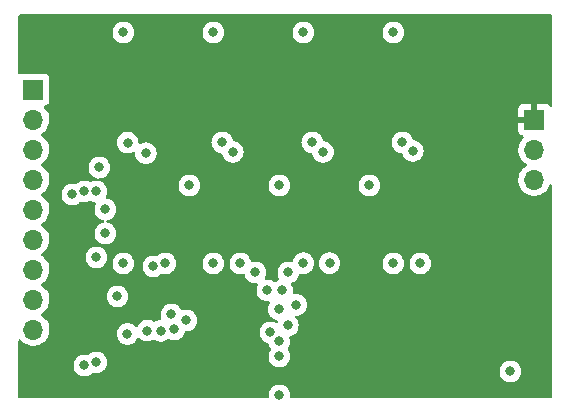
<source format=gbr>
%TF.GenerationSoftware,KiCad,Pcbnew,(6.0.0-0)*%
%TF.CreationDate,2022-03-20T10:52:16-04:00*%
%TF.ProjectId,ADC-smal,4144432d-736d-4616-9c2e-6b696361645f,rev?*%
%TF.SameCoordinates,Original*%
%TF.FileFunction,Copper,L2,Inr*%
%TF.FilePolarity,Positive*%
%FSLAX46Y46*%
G04 Gerber Fmt 4.6, Leading zero omitted, Abs format (unit mm)*
G04 Created by KiCad (PCBNEW (6.0.0-0)) date 2022-03-20 10:52:16*
%MOMM*%
%LPD*%
G01*
G04 APERTURE LIST*
%TA.AperFunction,ComponentPad*%
%ADD10R,1.700000X1.700000*%
%TD*%
%TA.AperFunction,ComponentPad*%
%ADD11O,1.700000X1.700000*%
%TD*%
%TA.AperFunction,ViaPad*%
%ADD12C,0.800000*%
%TD*%
G04 APERTURE END LIST*
D10*
%TO.N,~{EI}*%
%TO.C,J2*%
X106172000Y-52334000D03*
D11*
%TO.N,~{EO}*%
X106172000Y-54874000D03*
%TO.N,~{GS}*%
X106172000Y-57414000D03*
%TO.N,Vin*%
X106172000Y-59954000D03*
%TO.N,Vrefi*%
X106172000Y-62494000D03*
%TO.N,Vrefo*%
X106172000Y-65034000D03*
%TO.N,~{A2}*%
X106172000Y-67574000D03*
%TO.N,~{A1}*%
X106172000Y-70114000D03*
%TO.N,~{A0}*%
X106172000Y-72654000D03*
%TD*%
D10*
%TO.N,GND*%
%TO.C,J1*%
X148590000Y-54879000D03*
D11*
%TO.N,+12V*%
X148590000Y-57419000D03*
%TO.N,+5V*%
X148590000Y-59959000D03*
%TD*%
D12*
%TO.N,~{EI}*%
X111760000Y-58928000D03*
X119126000Y-71882000D03*
%TO.N,~{EO}*%
X110490000Y-60960000D03*
X113288299Y-69845701D03*
%TO.N,~{GS}*%
X109474000Y-61214000D03*
X116332000Y-67310000D03*
%TO.N,Vin*%
X123063000Y-57620500D03*
X130698086Y-57620500D03*
X115706874Y-57723652D03*
X138303000Y-57531000D03*
%TO.N,~{A0}*%
X126238000Y-72898000D03*
X125984000Y-69342000D03*
%TO.N,GND*%
X140716000Y-58166000D03*
X125984000Y-47498000D03*
X141224000Y-47498000D03*
X125460914Y-58255500D03*
X133096000Y-58255500D03*
X117840914Y-58255500D03*
X122682000Y-72644000D03*
X133604000Y-47498000D03*
X118364000Y-47498000D03*
X146558000Y-67564000D03*
%TO.N,+12V*%
X137414000Y-56806500D03*
X129789701Y-56806500D03*
X114161076Y-56823824D03*
X122169701Y-56806500D03*
%TO.N,+5V*%
X121412000Y-47498000D03*
X129032000Y-47498000D03*
X121412000Y-67056000D03*
X136652000Y-67056000D03*
X136652000Y-47498000D03*
X113792000Y-67056000D03*
X129029801Y-67029969D03*
X113792000Y-47498000D03*
%TO.N,Q0*%
X112268000Y-62484000D03*
X118110000Y-72644000D03*
X112268000Y-64516000D03*
X146558000Y-76200000D03*
%TO.N,Q1*%
X111506000Y-66548000D03*
X127000000Y-78232000D03*
X116967000Y-72762400D03*
X111506000Y-60960000D03*
%TO.N,Q2*%
X117864599Y-71365401D03*
X110490000Y-75692000D03*
X115824000Y-72743521D03*
%TO.N,Q3*%
X114142984Y-73018511D03*
X111506000Y-75438000D03*
X117348000Y-67056000D03*
%TO.N,Q4*%
X127759851Y-67815851D03*
X128448826Y-70558564D03*
%TO.N,Q5*%
X127000000Y-74930000D03*
X124968000Y-67818000D03*
%TO.N,Q6*%
X127000000Y-73660000D03*
X126962500Y-70936822D03*
%TO.N,Q7*%
X127724326Y-72309667D03*
X127254000Y-69342000D03*
%TO.N,Net-(R17-Pad1)*%
X123698000Y-67056000D03*
X119380000Y-60452000D03*
%TO.N,Net-(R16-Pad2)*%
X127000000Y-60452000D03*
X131252887Y-67029967D03*
%TO.N,Net-(R22-Pad2)*%
X138938000Y-67056000D03*
X134620000Y-60452000D03*
%TD*%
%TA.AperFunction,Conductor*%
%TO.N,GND*%
G36*
X150056121Y-45994002D02*
G01*
X150102614Y-46047658D01*
X150114000Y-46100000D01*
X150114000Y-53702973D01*
X150093998Y-53771094D01*
X150040342Y-53817587D01*
X149970068Y-53827691D01*
X149905488Y-53798197D01*
X149887174Y-53778538D01*
X149808285Y-53673276D01*
X149795724Y-53660715D01*
X149693649Y-53584214D01*
X149678054Y-53575676D01*
X149557606Y-53530522D01*
X149542351Y-53526895D01*
X149491486Y-53521369D01*
X149484672Y-53521000D01*
X148862115Y-53521000D01*
X148846876Y-53525475D01*
X148845671Y-53526865D01*
X148844000Y-53534548D01*
X148844000Y-55007000D01*
X148823998Y-55075121D01*
X148770342Y-55121614D01*
X148718000Y-55133000D01*
X147250116Y-55133000D01*
X147234877Y-55137475D01*
X147233672Y-55138865D01*
X147232001Y-55146548D01*
X147232001Y-55773669D01*
X147232371Y-55780490D01*
X147237895Y-55831352D01*
X147241521Y-55846604D01*
X147286676Y-55967054D01*
X147295214Y-55982649D01*
X147371715Y-56084724D01*
X147384276Y-56097285D01*
X147486351Y-56173786D01*
X147501946Y-56182324D01*
X147610827Y-56223142D01*
X147667591Y-56265784D01*
X147692291Y-56332345D01*
X147677083Y-56401694D01*
X147657691Y-56428175D01*
X147550733Y-56540100D01*
X147530629Y-56561138D01*
X147527715Y-56565410D01*
X147527714Y-56565411D01*
X147450612Y-56678439D01*
X147404743Y-56745680D01*
X147357716Y-56846992D01*
X147313785Y-56941634D01*
X147310688Y-56948305D01*
X147250989Y-57163570D01*
X147227251Y-57385695D01*
X147227548Y-57390848D01*
X147227548Y-57390851D01*
X147239246Y-57593737D01*
X147240110Y-57608715D01*
X147241247Y-57613761D01*
X147241248Y-57613767D01*
X147263920Y-57714365D01*
X147289222Y-57826639D01*
X147373266Y-58033616D01*
X147414517Y-58100931D01*
X147438926Y-58140763D01*
X147489987Y-58224088D01*
X147636250Y-58392938D01*
X147752312Y-58489294D01*
X147798123Y-58527327D01*
X147808126Y-58535632D01*
X147833948Y-58550721D01*
X147881445Y-58578476D01*
X147930169Y-58630114D01*
X147943240Y-58699897D01*
X147916509Y-58765669D01*
X147876055Y-58799027D01*
X147863607Y-58805507D01*
X147859474Y-58808610D01*
X147859471Y-58808612D01*
X147691624Y-58934635D01*
X147684965Y-58939635D01*
X147530629Y-59101138D01*
X147527715Y-59105410D01*
X147527714Y-59105411D01*
X147518815Y-59118457D01*
X147404743Y-59285680D01*
X147389003Y-59319590D01*
X147319254Y-59469852D01*
X147310688Y-59488305D01*
X147250989Y-59703570D01*
X147227251Y-59925695D01*
X147227548Y-59930848D01*
X147227548Y-59930851D01*
X147236479Y-60085746D01*
X147240110Y-60148715D01*
X147241247Y-60153761D01*
X147241248Y-60153767D01*
X147262265Y-60247023D01*
X147289222Y-60366639D01*
X147373266Y-60573616D01*
X147489987Y-60764088D01*
X147493367Y-60767990D01*
X147500333Y-60776032D01*
X147636250Y-60932938D01*
X147711213Y-60995173D01*
X147798123Y-61067327D01*
X147808126Y-61075632D01*
X148001000Y-61188338D01*
X148209692Y-61268030D01*
X148214760Y-61269061D01*
X148214763Y-61269062D01*
X148322017Y-61290883D01*
X148428597Y-61312567D01*
X148433772Y-61312757D01*
X148433774Y-61312757D01*
X148646673Y-61320564D01*
X148646677Y-61320564D01*
X148651837Y-61320753D01*
X148656957Y-61320097D01*
X148656959Y-61320097D01*
X148868288Y-61293025D01*
X148868289Y-61293025D01*
X148873416Y-61292368D01*
X148878366Y-61290883D01*
X149082429Y-61229661D01*
X149082434Y-61229659D01*
X149087384Y-61228174D01*
X149287994Y-61129896D01*
X149469860Y-61000173D01*
X149481129Y-60988944D01*
X149624435Y-60846137D01*
X149628096Y-60842489D01*
X149654657Y-60805526D01*
X149755435Y-60665277D01*
X149758453Y-60661077D01*
X149818271Y-60540045D01*
X149855136Y-60465453D01*
X149855137Y-60465451D01*
X149857430Y-60460811D01*
X149867442Y-60427858D01*
X149906383Y-60368494D01*
X149971237Y-60339607D01*
X150041413Y-60350369D01*
X150094631Y-60397362D01*
X150114000Y-60464487D01*
X150114000Y-78360000D01*
X150093998Y-78428121D01*
X150040342Y-78474614D01*
X149988000Y-78486000D01*
X128026745Y-78486000D01*
X127958624Y-78465998D01*
X127912131Y-78412342D01*
X127901435Y-78346830D01*
X127912814Y-78238565D01*
X127913504Y-78232000D01*
X127893542Y-78042072D01*
X127834527Y-77860444D01*
X127739040Y-77695056D01*
X127611253Y-77553134D01*
X127456752Y-77440882D01*
X127450724Y-77438198D01*
X127450722Y-77438197D01*
X127288319Y-77365891D01*
X127288318Y-77365891D01*
X127282288Y-77363206D01*
X127188888Y-77343353D01*
X127101944Y-77324872D01*
X127101939Y-77324872D01*
X127095487Y-77323500D01*
X126904513Y-77323500D01*
X126898061Y-77324872D01*
X126898056Y-77324872D01*
X126811112Y-77343353D01*
X126717712Y-77363206D01*
X126711682Y-77365891D01*
X126711681Y-77365891D01*
X126549278Y-77438197D01*
X126549276Y-77438198D01*
X126543248Y-77440882D01*
X126388747Y-77553134D01*
X126260960Y-77695056D01*
X126165473Y-77860444D01*
X126106458Y-78042072D01*
X126086496Y-78232000D01*
X126087186Y-78238565D01*
X126098565Y-78346830D01*
X126085793Y-78416668D01*
X126037291Y-78468515D01*
X125973255Y-78486000D01*
X105028000Y-78486000D01*
X104959879Y-78465998D01*
X104913386Y-78412342D01*
X104902000Y-78360000D01*
X104902000Y-75692000D01*
X109576496Y-75692000D01*
X109577186Y-75698565D01*
X109591894Y-75838500D01*
X109596458Y-75881928D01*
X109655473Y-76063556D01*
X109750960Y-76228944D01*
X109755378Y-76233851D01*
X109755379Y-76233852D01*
X109855572Y-76345128D01*
X109878747Y-76370866D01*
X110033248Y-76483118D01*
X110039276Y-76485802D01*
X110039278Y-76485803D01*
X110201681Y-76558109D01*
X110207712Y-76560794D01*
X110301113Y-76580647D01*
X110388056Y-76599128D01*
X110388061Y-76599128D01*
X110394513Y-76600500D01*
X110585487Y-76600500D01*
X110591939Y-76599128D01*
X110591944Y-76599128D01*
X110678887Y-76580647D01*
X110772288Y-76560794D01*
X110778319Y-76558109D01*
X110940722Y-76485803D01*
X110940724Y-76485802D01*
X110946752Y-76483118D01*
X111101253Y-76370866D01*
X111105671Y-76365959D01*
X111105678Y-76365953D01*
X111120672Y-76349300D01*
X111181117Y-76312060D01*
X111240505Y-76310364D01*
X111404047Y-76345127D01*
X111404060Y-76345128D01*
X111410513Y-76346500D01*
X111601487Y-76346500D01*
X111607939Y-76345128D01*
X111607944Y-76345128D01*
X111694888Y-76326647D01*
X111788288Y-76306794D01*
X111834523Y-76286209D01*
X111956722Y-76231803D01*
X111956724Y-76231802D01*
X111962752Y-76229118D01*
X111993794Y-76206565D01*
X112002830Y-76200000D01*
X145644496Y-76200000D01*
X145645186Y-76206565D01*
X145662863Y-76374749D01*
X145664458Y-76389928D01*
X145723473Y-76571556D01*
X145818960Y-76736944D01*
X145946747Y-76878866D01*
X146101248Y-76991118D01*
X146107276Y-76993802D01*
X146107278Y-76993803D01*
X146269681Y-77066109D01*
X146275712Y-77068794D01*
X146369113Y-77088647D01*
X146456056Y-77107128D01*
X146456061Y-77107128D01*
X146462513Y-77108500D01*
X146653487Y-77108500D01*
X146659939Y-77107128D01*
X146659944Y-77107128D01*
X146746887Y-77088647D01*
X146840288Y-77068794D01*
X146846319Y-77066109D01*
X147008722Y-76993803D01*
X147008724Y-76993802D01*
X147014752Y-76991118D01*
X147169253Y-76878866D01*
X147297040Y-76736944D01*
X147392527Y-76571556D01*
X147451542Y-76389928D01*
X147453138Y-76374749D01*
X147470814Y-76206565D01*
X147471504Y-76200000D01*
X147470814Y-76193435D01*
X147452232Y-76016635D01*
X147452232Y-76016633D01*
X147451542Y-76010072D01*
X147392527Y-75828444D01*
X147297040Y-75663056D01*
X147271064Y-75634206D01*
X147173675Y-75526045D01*
X147173674Y-75526044D01*
X147169253Y-75521134D01*
X147054829Y-75438000D01*
X147020094Y-75412763D01*
X147020093Y-75412762D01*
X147014752Y-75408882D01*
X147008724Y-75406198D01*
X147008722Y-75406197D01*
X146846319Y-75333891D01*
X146846318Y-75333891D01*
X146840288Y-75331206D01*
X146727721Y-75307279D01*
X146659944Y-75292872D01*
X146659939Y-75292872D01*
X146653487Y-75291500D01*
X146462513Y-75291500D01*
X146456061Y-75292872D01*
X146456056Y-75292872D01*
X146388279Y-75307279D01*
X146275712Y-75331206D01*
X146269682Y-75333891D01*
X146269681Y-75333891D01*
X146107278Y-75406197D01*
X146107276Y-75406198D01*
X146101248Y-75408882D01*
X146095907Y-75412762D01*
X146095906Y-75412763D01*
X146061171Y-75438000D01*
X145946747Y-75521134D01*
X145942326Y-75526044D01*
X145942325Y-75526045D01*
X145844937Y-75634206D01*
X145818960Y-75663056D01*
X145723473Y-75828444D01*
X145664458Y-76010072D01*
X145663768Y-76016633D01*
X145663768Y-76016635D01*
X145645186Y-76193435D01*
X145644496Y-76200000D01*
X112002830Y-76200000D01*
X112018157Y-76188864D01*
X112117253Y-76116866D01*
X112121675Y-76111955D01*
X112240621Y-75979852D01*
X112240622Y-75979851D01*
X112245040Y-75974944D01*
X112340527Y-75809556D01*
X112399542Y-75627928D01*
X112401138Y-75612749D01*
X112418814Y-75444565D01*
X112419504Y-75438000D01*
X112408280Y-75331206D01*
X112400232Y-75254635D01*
X112400232Y-75254633D01*
X112399542Y-75248072D01*
X112340527Y-75066444D01*
X112245040Y-74901056D01*
X112193479Y-74843791D01*
X112121675Y-74764045D01*
X112121674Y-74764044D01*
X112117253Y-74759134D01*
X111962752Y-74646882D01*
X111956724Y-74644198D01*
X111956722Y-74644197D01*
X111794319Y-74571891D01*
X111794318Y-74571891D01*
X111788288Y-74569206D01*
X111694887Y-74549353D01*
X111607944Y-74530872D01*
X111607939Y-74530872D01*
X111601487Y-74529500D01*
X111410513Y-74529500D01*
X111404061Y-74530872D01*
X111404056Y-74530872D01*
X111317113Y-74549353D01*
X111223712Y-74569206D01*
X111217682Y-74571891D01*
X111217681Y-74571891D01*
X111055278Y-74644197D01*
X111055276Y-74644198D01*
X111049248Y-74646882D01*
X110894747Y-74759134D01*
X110890329Y-74764041D01*
X110890322Y-74764047D01*
X110875328Y-74780700D01*
X110814883Y-74817940D01*
X110755495Y-74819636D01*
X110591953Y-74784873D01*
X110591940Y-74784872D01*
X110585487Y-74783500D01*
X110394513Y-74783500D01*
X110388061Y-74784872D01*
X110388056Y-74784872D01*
X110301113Y-74803353D01*
X110207712Y-74823206D01*
X110201682Y-74825891D01*
X110201681Y-74825891D01*
X110039278Y-74898197D01*
X110039276Y-74898198D01*
X110033248Y-74900882D01*
X110027907Y-74904762D01*
X110027906Y-74904763D01*
X109993171Y-74930000D01*
X109878747Y-75013134D01*
X109874326Y-75018044D01*
X109874325Y-75018045D01*
X109776937Y-75126206D01*
X109750960Y-75155056D01*
X109655473Y-75320444D01*
X109596458Y-75502072D01*
X109595768Y-75508633D01*
X109595768Y-75508635D01*
X109583920Y-75621365D01*
X109576496Y-75692000D01*
X104902000Y-75692000D01*
X104902000Y-73600750D01*
X104922002Y-73532629D01*
X104975658Y-73486136D01*
X105045932Y-73476032D01*
X105110512Y-73505526D01*
X105123234Y-73518249D01*
X105167902Y-73569815D01*
X105214866Y-73624032D01*
X105214869Y-73624035D01*
X105218250Y-73627938D01*
X105390126Y-73770632D01*
X105583000Y-73883338D01*
X105587825Y-73885180D01*
X105587826Y-73885181D01*
X105596981Y-73888677D01*
X105791692Y-73963030D01*
X105796760Y-73964061D01*
X105796763Y-73964062D01*
X105904017Y-73985883D01*
X106010597Y-74007567D01*
X106015772Y-74007757D01*
X106015774Y-74007757D01*
X106228673Y-74015564D01*
X106228677Y-74015564D01*
X106233837Y-74015753D01*
X106238957Y-74015097D01*
X106238959Y-74015097D01*
X106450288Y-73988025D01*
X106450289Y-73988025D01*
X106455416Y-73987368D01*
X106460366Y-73985883D01*
X106664429Y-73924661D01*
X106664434Y-73924659D01*
X106669384Y-73923174D01*
X106869994Y-73824896D01*
X107051860Y-73695173D01*
X107210096Y-73537489D01*
X107223919Y-73518253D01*
X107337435Y-73360277D01*
X107340453Y-73356077D01*
X107386321Y-73263271D01*
X107437136Y-73160453D01*
X107437137Y-73160451D01*
X107439430Y-73155811D01*
X107481145Y-73018511D01*
X113229480Y-73018511D01*
X113230170Y-73025076D01*
X113244399Y-73160453D01*
X113249442Y-73208439D01*
X113308457Y-73390067D01*
X113311760Y-73395789D01*
X113311761Y-73395790D01*
X113334367Y-73434944D01*
X113403944Y-73555455D01*
X113408362Y-73560362D01*
X113408363Y-73560363D01*
X113526465Y-73691529D01*
X113531731Y-73697377D01*
X113623579Y-73764109D01*
X113669771Y-73797669D01*
X113686232Y-73809629D01*
X113692260Y-73812313D01*
X113692262Y-73812314D01*
X113776745Y-73849928D01*
X113860696Y-73887305D01*
X113954096Y-73907158D01*
X114041040Y-73925639D01*
X114041045Y-73925639D01*
X114047497Y-73927011D01*
X114238471Y-73927011D01*
X114244923Y-73925639D01*
X114244928Y-73925639D01*
X114331872Y-73907158D01*
X114425272Y-73887305D01*
X114509223Y-73849928D01*
X114593706Y-73812314D01*
X114593708Y-73812313D01*
X114599736Y-73809629D01*
X114616198Y-73797669D01*
X114662389Y-73764109D01*
X114754237Y-73697377D01*
X114759503Y-73691529D01*
X114877605Y-73560363D01*
X114877606Y-73560362D01*
X114882024Y-73555455D01*
X114971335Y-73400764D01*
X115022718Y-73351771D01*
X115092431Y-73338335D01*
X115158342Y-73364721D01*
X115174090Y-73379454D01*
X115196741Y-73404610D01*
X115212747Y-73422387D01*
X115269744Y-73463798D01*
X115339553Y-73514517D01*
X115367248Y-73534639D01*
X115373276Y-73537323D01*
X115373278Y-73537324D01*
X115470813Y-73580749D01*
X115541712Y-73612315D01*
X115630530Y-73631194D01*
X115722056Y-73650649D01*
X115722061Y-73650649D01*
X115728513Y-73652021D01*
X115919487Y-73652021D01*
X115925939Y-73650649D01*
X115925944Y-73650649D01*
X116017470Y-73631194D01*
X116106288Y-73612315D01*
X116177187Y-73580749D01*
X116274722Y-73537324D01*
X116274724Y-73537323D01*
X116280752Y-73534639D01*
X116286090Y-73530761D01*
X116286093Y-73530759D01*
X116308448Y-73514517D01*
X116375317Y-73490659D01*
X116444468Y-73506741D01*
X116456569Y-73514518D01*
X116478923Y-73530759D01*
X116510248Y-73553518D01*
X116516276Y-73556202D01*
X116516278Y-73556203D01*
X116677399Y-73627938D01*
X116684712Y-73631194D01*
X116776240Y-73650649D01*
X116865056Y-73669528D01*
X116865061Y-73669528D01*
X116871513Y-73670900D01*
X117062487Y-73670900D01*
X117068939Y-73669528D01*
X117068944Y-73669528D01*
X117157760Y-73650649D01*
X117249288Y-73631194D01*
X117256601Y-73627938D01*
X117417722Y-73556203D01*
X117417724Y-73556202D01*
X117423752Y-73553518D01*
X117553143Y-73459510D01*
X117620009Y-73435652D01*
X117678450Y-73446339D01*
X117767837Y-73486136D01*
X117814117Y-73506741D01*
X117827712Y-73512794D01*
X117912226Y-73530758D01*
X118008056Y-73551128D01*
X118008061Y-73551128D01*
X118014513Y-73552500D01*
X118205487Y-73552500D01*
X118211939Y-73551128D01*
X118211944Y-73551128D01*
X118307774Y-73530758D01*
X118392288Y-73512794D01*
X118398319Y-73510109D01*
X118560722Y-73437803D01*
X118560724Y-73437802D01*
X118566752Y-73435118D01*
X118608743Y-73404610D01*
X118637410Y-73383782D01*
X118721253Y-73322866D01*
X118759431Y-73280465D01*
X118844621Y-73185852D01*
X118844622Y-73185851D01*
X118849040Y-73180944D01*
X118944527Y-73015556D01*
X118989364Y-72877563D01*
X119029438Y-72818958D01*
X119094835Y-72791321D01*
X119109197Y-72790500D01*
X119221487Y-72790500D01*
X119227939Y-72789128D01*
X119227944Y-72789128D01*
X119314887Y-72770647D01*
X119408288Y-72750794D01*
X119414319Y-72748109D01*
X119576722Y-72675803D01*
X119576724Y-72675802D01*
X119582752Y-72673118D01*
X119737253Y-72560866D01*
X119865040Y-72418944D01*
X119960527Y-72253556D01*
X120019542Y-72071928D01*
X120020307Y-72064655D01*
X120038814Y-71888565D01*
X120039504Y-71882000D01*
X120033064Y-71820729D01*
X120020232Y-71698635D01*
X120020232Y-71698633D01*
X120019542Y-71692072D01*
X119960527Y-71510444D01*
X119947790Y-71488382D01*
X119882860Y-71375921D01*
X119865040Y-71345056D01*
X119771630Y-71241313D01*
X119741675Y-71208045D01*
X119741674Y-71208044D01*
X119737253Y-71203134D01*
X119623087Y-71120187D01*
X119588094Y-71094763D01*
X119588093Y-71094762D01*
X119582752Y-71090882D01*
X119576724Y-71088198D01*
X119576722Y-71088197D01*
X119414319Y-71015891D01*
X119414318Y-71015891D01*
X119408288Y-71013206D01*
X119290278Y-70988122D01*
X119227944Y-70974872D01*
X119227939Y-70974872D01*
X119221487Y-70973500D01*
X119030513Y-70973500D01*
X119024061Y-70974872D01*
X119024056Y-70974872D01*
X118961722Y-70988122D01*
X118843712Y-71013206D01*
X118837680Y-71015892D01*
X118831400Y-71017932D01*
X118830684Y-71015728D01*
X118770843Y-71023744D01*
X118706550Y-70993629D01*
X118680859Y-70962205D01*
X118606941Y-70834175D01*
X118606938Y-70834170D01*
X118603639Y-70828457D01*
X118530200Y-70746894D01*
X118480274Y-70691446D01*
X118480273Y-70691445D01*
X118475852Y-70686535D01*
X118321351Y-70574283D01*
X118315323Y-70571599D01*
X118315321Y-70571598D01*
X118152918Y-70499292D01*
X118152917Y-70499292D01*
X118146887Y-70496607D01*
X118053486Y-70476754D01*
X117966543Y-70458273D01*
X117966538Y-70458273D01*
X117960086Y-70456901D01*
X117769112Y-70456901D01*
X117762660Y-70458273D01*
X117762655Y-70458273D01*
X117675712Y-70476754D01*
X117582311Y-70496607D01*
X117576281Y-70499292D01*
X117576280Y-70499292D01*
X117413877Y-70571598D01*
X117413875Y-70571599D01*
X117407847Y-70574283D01*
X117253346Y-70686535D01*
X117248925Y-70691445D01*
X117248924Y-70691446D01*
X117198999Y-70746894D01*
X117125559Y-70828457D01*
X117030072Y-70993845D01*
X116971057Y-71175473D01*
X116970367Y-71182034D01*
X116970367Y-71182036D01*
X116959765Y-71282909D01*
X116951095Y-71365401D01*
X116951785Y-71371966D01*
X116961884Y-71468048D01*
X116971057Y-71555329D01*
X116973097Y-71561607D01*
X117014478Y-71688964D01*
X117016506Y-71759931D01*
X116979843Y-71820729D01*
X116916131Y-71852055D01*
X116894645Y-71853900D01*
X116871513Y-71853900D01*
X116865061Y-71855272D01*
X116865056Y-71855272D01*
X116779985Y-71873355D01*
X116684712Y-71893606D01*
X116678682Y-71896291D01*
X116678681Y-71896291D01*
X116516278Y-71968597D01*
X116516276Y-71968598D01*
X116510248Y-71971282D01*
X116504910Y-71975160D01*
X116504907Y-71975162D01*
X116482552Y-71991404D01*
X116415683Y-72015262D01*
X116346532Y-71999180D01*
X116334431Y-71991403D01*
X116286094Y-71956284D01*
X116286093Y-71956283D01*
X116280752Y-71952403D01*
X116274724Y-71949719D01*
X116274722Y-71949718D01*
X116112319Y-71877412D01*
X116112318Y-71877412D01*
X116106288Y-71874727D01*
X116008305Y-71853900D01*
X115925944Y-71836393D01*
X115925939Y-71836393D01*
X115919487Y-71835021D01*
X115728513Y-71835021D01*
X115722061Y-71836393D01*
X115722056Y-71836393D01*
X115639695Y-71853900D01*
X115541712Y-71874727D01*
X115535682Y-71877412D01*
X115535681Y-71877412D01*
X115373278Y-71949718D01*
X115373276Y-71949719D01*
X115367248Y-71952403D01*
X115212747Y-72064655D01*
X115208326Y-72069565D01*
X115208325Y-72069566D01*
X115167802Y-72114572D01*
X115084960Y-72206577D01*
X115029231Y-72303102D01*
X114995649Y-72361268D01*
X114944266Y-72410261D01*
X114874553Y-72423697D01*
X114808642Y-72397311D01*
X114792894Y-72382578D01*
X114758659Y-72344556D01*
X114758658Y-72344555D01*
X114754237Y-72339645D01*
X114599736Y-72227393D01*
X114593708Y-72224709D01*
X114593706Y-72224708D01*
X114431303Y-72152402D01*
X114431302Y-72152402D01*
X114425272Y-72149717D01*
X114315114Y-72126302D01*
X114244928Y-72111383D01*
X114244923Y-72111383D01*
X114238471Y-72110011D01*
X114047497Y-72110011D01*
X114041045Y-72111383D01*
X114041040Y-72111383D01*
X113970854Y-72126302D01*
X113860696Y-72149717D01*
X113854666Y-72152402D01*
X113854665Y-72152402D01*
X113692262Y-72224708D01*
X113692260Y-72224709D01*
X113686232Y-72227393D01*
X113531731Y-72339645D01*
X113527310Y-72344555D01*
X113527309Y-72344556D01*
X113444503Y-72436522D01*
X113403944Y-72481567D01*
X113308457Y-72646955D01*
X113249442Y-72828583D01*
X113229480Y-73018511D01*
X107481145Y-73018511D01*
X107483140Y-73011946D01*
X107502865Y-72947023D01*
X107502865Y-72947021D01*
X107504370Y-72942069D01*
X107533529Y-72720590D01*
X107533611Y-72717240D01*
X107535074Y-72657365D01*
X107535074Y-72657361D01*
X107535156Y-72654000D01*
X107516852Y-72431361D01*
X107462431Y-72214702D01*
X107373354Y-72009840D01*
X107290651Y-71882000D01*
X107254822Y-71826617D01*
X107254820Y-71826614D01*
X107252014Y-71822277D01*
X107101670Y-71657051D01*
X107097619Y-71653852D01*
X107097615Y-71653848D01*
X106930414Y-71521800D01*
X106930410Y-71521798D01*
X106926359Y-71518598D01*
X106885053Y-71495796D01*
X106835084Y-71445364D01*
X106820312Y-71375921D01*
X106845428Y-71309516D01*
X106872780Y-71282909D01*
X106936539Y-71237430D01*
X107051860Y-71155173D01*
X107080383Y-71126750D01*
X107189581Y-71017932D01*
X107210096Y-70997489D01*
X107223919Y-70978253D01*
X107337435Y-70820277D01*
X107340453Y-70816077D01*
X107373856Y-70748492D01*
X107437136Y-70620453D01*
X107437137Y-70620451D01*
X107439430Y-70615811D01*
X107504370Y-70402069D01*
X107533529Y-70180590D01*
X107533732Y-70172274D01*
X107535074Y-70117365D01*
X107535074Y-70117361D01*
X107535156Y-70114000D01*
X107516852Y-69891361D01*
X107505383Y-69845701D01*
X112374795Y-69845701D01*
X112375485Y-69852266D01*
X112393886Y-70027338D01*
X112394757Y-70035629D01*
X112453772Y-70217257D01*
X112549259Y-70382645D01*
X112553677Y-70387552D01*
X112553678Y-70387553D01*
X112566748Y-70402069D01*
X112677046Y-70524567D01*
X112745474Y-70574283D01*
X112795814Y-70610857D01*
X112831547Y-70636819D01*
X112837575Y-70639503D01*
X112837577Y-70639504D01*
X112999980Y-70711810D01*
X113006011Y-70714495D01*
X113072445Y-70728616D01*
X113186355Y-70752829D01*
X113186360Y-70752829D01*
X113192812Y-70754201D01*
X113383786Y-70754201D01*
X113390238Y-70752829D01*
X113390243Y-70752829D01*
X113504153Y-70728616D01*
X113570587Y-70714495D01*
X113576618Y-70711810D01*
X113739021Y-70639504D01*
X113739023Y-70639503D01*
X113745051Y-70636819D01*
X113780785Y-70610857D01*
X113831124Y-70574283D01*
X113899552Y-70524567D01*
X114009850Y-70402069D01*
X114022920Y-70387553D01*
X114022921Y-70387552D01*
X114027339Y-70382645D01*
X114122826Y-70217257D01*
X114181841Y-70035629D01*
X114182713Y-70027338D01*
X114201113Y-69852266D01*
X114201803Y-69845701D01*
X114187254Y-69707271D01*
X114182531Y-69662336D01*
X114182531Y-69662334D01*
X114181841Y-69655773D01*
X114122826Y-69474145D01*
X114027339Y-69308757D01*
X113973870Y-69249373D01*
X113903974Y-69171746D01*
X113903973Y-69171745D01*
X113899552Y-69166835D01*
X113745051Y-69054583D01*
X113739023Y-69051899D01*
X113739021Y-69051898D01*
X113576618Y-68979592D01*
X113576617Y-68979592D01*
X113570587Y-68976907D01*
X113462946Y-68954027D01*
X113390243Y-68938573D01*
X113390238Y-68938573D01*
X113383786Y-68937201D01*
X113192812Y-68937201D01*
X113186360Y-68938573D01*
X113186355Y-68938573D01*
X113113652Y-68954027D01*
X113006011Y-68976907D01*
X112999981Y-68979592D01*
X112999980Y-68979592D01*
X112837577Y-69051898D01*
X112837575Y-69051899D01*
X112831547Y-69054583D01*
X112677046Y-69166835D01*
X112672625Y-69171745D01*
X112672624Y-69171746D01*
X112602729Y-69249373D01*
X112549259Y-69308757D01*
X112453772Y-69474145D01*
X112394757Y-69655773D01*
X112394067Y-69662334D01*
X112394067Y-69662336D01*
X112389344Y-69707271D01*
X112374795Y-69845701D01*
X107505383Y-69845701D01*
X107462431Y-69674702D01*
X107373354Y-69469840D01*
X107290651Y-69342000D01*
X107254822Y-69286617D01*
X107254820Y-69286614D01*
X107252014Y-69282277D01*
X107101670Y-69117051D01*
X107097619Y-69113852D01*
X107097615Y-69113848D01*
X106930414Y-68981800D01*
X106930410Y-68981798D01*
X106926359Y-68978598D01*
X106885053Y-68955796D01*
X106835084Y-68905364D01*
X106820312Y-68835921D01*
X106845428Y-68769516D01*
X106872780Y-68742909D01*
X106916603Y-68711650D01*
X107051860Y-68615173D01*
X107057399Y-68609654D01*
X107146614Y-68520750D01*
X107210096Y-68457489D01*
X107223919Y-68438253D01*
X107337435Y-68280277D01*
X107340453Y-68276077D01*
X107355585Y-68245461D01*
X107437136Y-68080453D01*
X107437137Y-68080451D01*
X107439430Y-68075811D01*
X107492805Y-67900133D01*
X107502865Y-67867023D01*
X107502865Y-67867021D01*
X107504370Y-67862069D01*
X107533529Y-67640590D01*
X107533611Y-67637240D01*
X107535074Y-67577365D01*
X107535074Y-67577361D01*
X107535156Y-67574000D01*
X107516852Y-67351361D01*
X107462431Y-67134702D01*
X107373354Y-66929840D01*
X107252014Y-66742277D01*
X107101670Y-66577051D01*
X107097619Y-66573852D01*
X107097615Y-66573848D01*
X107064886Y-66548000D01*
X110592496Y-66548000D01*
X110593186Y-66554565D01*
X110604101Y-66658411D01*
X110612458Y-66737928D01*
X110671473Y-66919556D01*
X110674776Y-66925278D01*
X110674777Y-66925279D01*
X110687351Y-66947057D01*
X110766960Y-67084944D01*
X110771378Y-67089851D01*
X110771379Y-67089852D01*
X110813818Y-67136985D01*
X110894747Y-67226866D01*
X110959620Y-67273999D01*
X111018207Y-67316565D01*
X111049248Y-67339118D01*
X111055276Y-67341802D01*
X111055278Y-67341803D01*
X111202271Y-67407248D01*
X111223712Y-67416794D01*
X111317112Y-67436647D01*
X111404056Y-67455128D01*
X111404061Y-67455128D01*
X111410513Y-67456500D01*
X111601487Y-67456500D01*
X111607939Y-67455128D01*
X111607944Y-67455128D01*
X111694888Y-67436647D01*
X111788288Y-67416794D01*
X111809729Y-67407248D01*
X111956722Y-67341803D01*
X111956724Y-67341802D01*
X111962752Y-67339118D01*
X111993794Y-67316565D01*
X112052380Y-67273999D01*
X112117253Y-67226866D01*
X112198182Y-67136985D01*
X112240621Y-67089852D01*
X112240622Y-67089851D01*
X112245040Y-67084944D01*
X112261751Y-67056000D01*
X112878496Y-67056000D01*
X112879186Y-67062565D01*
X112896863Y-67230749D01*
X112898458Y-67245928D01*
X112957473Y-67427556D01*
X113052960Y-67592944D01*
X113057378Y-67597851D01*
X113057379Y-67597852D01*
X113160803Y-67712716D01*
X113180747Y-67734866D01*
X113279843Y-67806864D01*
X113304207Y-67824565D01*
X113335248Y-67847118D01*
X113341276Y-67849802D01*
X113341278Y-67849803D01*
X113503681Y-67922109D01*
X113509712Y-67924794D01*
X113583278Y-67940431D01*
X113690056Y-67963128D01*
X113690061Y-67963128D01*
X113696513Y-67964500D01*
X113887487Y-67964500D01*
X113893939Y-67963128D01*
X113893944Y-67963128D01*
X114000722Y-67940431D01*
X114074288Y-67924794D01*
X114080319Y-67922109D01*
X114242722Y-67849803D01*
X114242724Y-67849802D01*
X114248752Y-67847118D01*
X114279794Y-67824565D01*
X114304157Y-67806864D01*
X114403253Y-67734866D01*
X114423197Y-67712716D01*
X114526621Y-67597852D01*
X114526622Y-67597851D01*
X114531040Y-67592944D01*
X114626527Y-67427556D01*
X114664724Y-67310000D01*
X115418496Y-67310000D01*
X115419186Y-67316565D01*
X115433894Y-67456500D01*
X115438458Y-67499928D01*
X115497473Y-67681556D01*
X115500776Y-67687278D01*
X115500777Y-67687279D01*
X115515463Y-67712716D01*
X115592960Y-67846944D01*
X115597378Y-67851851D01*
X115597379Y-67851852D01*
X115716323Y-67983953D01*
X115720747Y-67988866D01*
X115875248Y-68101118D01*
X115881276Y-68103802D01*
X115881278Y-68103803D01*
X116043681Y-68176109D01*
X116049712Y-68178794D01*
X116143112Y-68198647D01*
X116230056Y-68217128D01*
X116230061Y-68217128D01*
X116236513Y-68218500D01*
X116427487Y-68218500D01*
X116433939Y-68217128D01*
X116433944Y-68217128D01*
X116520888Y-68198647D01*
X116614288Y-68178794D01*
X116620319Y-68176109D01*
X116782722Y-68103803D01*
X116782724Y-68103802D01*
X116788752Y-68101118D01*
X116830403Y-68070857D01*
X116937909Y-67992749D01*
X116937911Y-67992747D01*
X116943253Y-67988866D01*
X116947671Y-67983959D01*
X116947678Y-67983953D01*
X116962672Y-67967300D01*
X117023117Y-67930060D01*
X117082505Y-67928364D01*
X117246047Y-67963127D01*
X117246060Y-67963128D01*
X117252513Y-67964500D01*
X117443487Y-67964500D01*
X117449939Y-67963128D01*
X117449944Y-67963128D01*
X117556722Y-67940431D01*
X117630288Y-67924794D01*
X117636319Y-67922109D01*
X117798722Y-67849803D01*
X117798724Y-67849802D01*
X117804752Y-67847118D01*
X117835794Y-67824565D01*
X117860157Y-67806864D01*
X117959253Y-67734866D01*
X117979197Y-67712716D01*
X118082621Y-67597852D01*
X118082622Y-67597851D01*
X118087040Y-67592944D01*
X118182527Y-67427556D01*
X118241542Y-67245928D01*
X118243138Y-67230749D01*
X118260814Y-67062565D01*
X118261504Y-67056000D01*
X120498496Y-67056000D01*
X120499186Y-67062565D01*
X120516863Y-67230749D01*
X120518458Y-67245928D01*
X120577473Y-67427556D01*
X120672960Y-67592944D01*
X120677378Y-67597851D01*
X120677379Y-67597852D01*
X120780803Y-67712716D01*
X120800747Y-67734866D01*
X120899843Y-67806864D01*
X120924207Y-67824565D01*
X120955248Y-67847118D01*
X120961276Y-67849802D01*
X120961278Y-67849803D01*
X121123681Y-67922109D01*
X121129712Y-67924794D01*
X121203278Y-67940431D01*
X121310056Y-67963128D01*
X121310061Y-67963128D01*
X121316513Y-67964500D01*
X121507487Y-67964500D01*
X121513939Y-67963128D01*
X121513944Y-67963128D01*
X121620722Y-67940431D01*
X121694288Y-67924794D01*
X121700319Y-67922109D01*
X121862722Y-67849803D01*
X121862724Y-67849802D01*
X121868752Y-67847118D01*
X121899794Y-67824565D01*
X121924157Y-67806864D01*
X122023253Y-67734866D01*
X122043197Y-67712716D01*
X122146621Y-67597852D01*
X122146622Y-67597851D01*
X122151040Y-67592944D01*
X122246527Y-67427556D01*
X122305542Y-67245928D01*
X122307138Y-67230749D01*
X122324814Y-67062565D01*
X122325504Y-67056000D01*
X122784496Y-67056000D01*
X122785186Y-67062565D01*
X122802863Y-67230749D01*
X122804458Y-67245928D01*
X122863473Y-67427556D01*
X122958960Y-67592944D01*
X122963378Y-67597851D01*
X122963379Y-67597852D01*
X123066803Y-67712716D01*
X123086747Y-67734866D01*
X123185843Y-67806864D01*
X123210207Y-67824565D01*
X123241248Y-67847118D01*
X123247276Y-67849802D01*
X123247278Y-67849803D01*
X123409681Y-67922109D01*
X123415712Y-67924794D01*
X123489278Y-67940431D01*
X123596056Y-67963128D01*
X123596061Y-67963128D01*
X123602513Y-67964500D01*
X123793487Y-67964500D01*
X123799939Y-67963128D01*
X123799944Y-67963128D01*
X123913289Y-67939035D01*
X123932136Y-67935029D01*
X124002927Y-67940431D01*
X124059559Y-67983248D01*
X124078166Y-68019340D01*
X124133473Y-68189556D01*
X124228960Y-68354944D01*
X124356747Y-68496866D01*
X124511248Y-68609118D01*
X124517276Y-68611802D01*
X124517278Y-68611803D01*
X124679681Y-68684109D01*
X124685712Y-68686794D01*
X124779112Y-68706647D01*
X124866056Y-68725128D01*
X124866061Y-68725128D01*
X124872513Y-68726500D01*
X125063487Y-68726500D01*
X125063487Y-68726965D01*
X125129300Y-68739002D01*
X125181146Y-68787504D01*
X125198540Y-68856337D01*
X125181750Y-68914538D01*
X125149473Y-68970444D01*
X125090458Y-69152072D01*
X125089768Y-69158633D01*
X125089768Y-69158635D01*
X125076871Y-69281346D01*
X125070496Y-69342000D01*
X125071186Y-69348565D01*
X125084432Y-69474590D01*
X125090458Y-69531928D01*
X125149473Y-69713556D01*
X125244960Y-69878944D01*
X125372747Y-70020866D01*
X125527248Y-70133118D01*
X125533276Y-70135802D01*
X125533278Y-70135803D01*
X125662404Y-70193293D01*
X125701712Y-70210794D01*
X125795113Y-70230647D01*
X125882056Y-70249128D01*
X125882061Y-70249128D01*
X125888513Y-70250500D01*
X126079487Y-70250500D01*
X126080938Y-70250192D01*
X126148909Y-70262623D01*
X126200755Y-70311126D01*
X126218148Y-70379960D01*
X126201358Y-70438159D01*
X126127973Y-70565266D01*
X126068958Y-70746894D01*
X126068268Y-70753455D01*
X126068268Y-70753457D01*
X126050860Y-70919088D01*
X126048996Y-70936822D01*
X126049686Y-70943387D01*
X126053351Y-70978253D01*
X126068958Y-71126750D01*
X126127973Y-71308378D01*
X126131276Y-71314100D01*
X126131277Y-71314101D01*
X126146315Y-71340148D01*
X126223460Y-71473766D01*
X126227878Y-71478673D01*
X126227879Y-71478674D01*
X126302552Y-71561607D01*
X126351247Y-71615688D01*
X126436152Y-71677375D01*
X126486782Y-71714160D01*
X126505748Y-71727940D01*
X126511776Y-71730624D01*
X126511778Y-71730625D01*
X126643729Y-71789373D01*
X126680212Y-71805616D01*
X126779649Y-71826752D01*
X126842122Y-71860480D01*
X126876444Y-71922630D01*
X126873285Y-71988935D01*
X126860485Y-72028329D01*
X126820411Y-72086935D01*
X126755015Y-72114572D01*
X126689404Y-72104500D01*
X126526323Y-72031892D01*
X126526315Y-72031889D01*
X126520288Y-72029206D01*
X126426888Y-72009353D01*
X126339944Y-71990872D01*
X126339939Y-71990872D01*
X126333487Y-71989500D01*
X126142513Y-71989500D01*
X126136061Y-71990872D01*
X126136056Y-71990872D01*
X126049112Y-72009353D01*
X125955712Y-72029206D01*
X125949682Y-72031891D01*
X125949681Y-72031891D01*
X125787278Y-72104197D01*
X125787276Y-72104198D01*
X125781248Y-72106882D01*
X125775907Y-72110762D01*
X125775906Y-72110763D01*
X125763552Y-72119739D01*
X125626747Y-72219134D01*
X125622326Y-72224044D01*
X125622325Y-72224045D01*
X125513817Y-72344556D01*
X125498960Y-72361056D01*
X125468840Y-72413226D01*
X125426082Y-72487285D01*
X125403473Y-72526444D01*
X125344458Y-72708072D01*
X125343768Y-72714633D01*
X125343768Y-72714635D01*
X125332452Y-72822305D01*
X125324496Y-72898000D01*
X125344458Y-73087928D01*
X125403473Y-73269556D01*
X125406776Y-73275278D01*
X125406777Y-73275279D01*
X125414378Y-73288444D01*
X125498960Y-73434944D01*
X125626747Y-73576866D01*
X125671843Y-73609630D01*
X125750207Y-73666565D01*
X125781248Y-73689118D01*
X125787276Y-73691802D01*
X125787278Y-73691803D01*
X125949681Y-73764109D01*
X125955712Y-73766794D01*
X126017471Y-73779921D01*
X126079943Y-73813649D01*
X126111105Y-73864231D01*
X126165473Y-74031556D01*
X126260960Y-74196944D01*
X126273338Y-74210691D01*
X126304054Y-74274697D01*
X126295290Y-74345150D01*
X126273339Y-74379307D01*
X126260960Y-74393056D01*
X126165473Y-74558444D01*
X126106458Y-74740072D01*
X126105768Y-74746633D01*
X126105768Y-74746635D01*
X126097720Y-74823206D01*
X126086496Y-74930000D01*
X126087186Y-74936565D01*
X126094826Y-75009251D01*
X126106458Y-75119928D01*
X126165473Y-75301556D01*
X126260960Y-75466944D01*
X126265378Y-75471851D01*
X126265379Y-75471852D01*
X126309753Y-75521134D01*
X126388747Y-75608866D01*
X126456578Y-75658148D01*
X126512207Y-75698565D01*
X126543248Y-75721118D01*
X126549276Y-75723802D01*
X126549278Y-75723803D01*
X126711681Y-75796109D01*
X126717712Y-75798794D01*
X126811112Y-75818647D01*
X126898056Y-75837128D01*
X126898061Y-75837128D01*
X126904513Y-75838500D01*
X127095487Y-75838500D01*
X127101939Y-75837128D01*
X127101944Y-75837128D01*
X127188888Y-75818647D01*
X127282288Y-75798794D01*
X127288319Y-75796109D01*
X127450722Y-75723803D01*
X127450724Y-75723802D01*
X127456752Y-75721118D01*
X127487794Y-75698565D01*
X127543422Y-75658148D01*
X127611253Y-75608866D01*
X127690247Y-75521134D01*
X127734621Y-75471852D01*
X127734622Y-75471851D01*
X127739040Y-75466944D01*
X127834527Y-75301556D01*
X127893542Y-75119928D01*
X127905175Y-75009251D01*
X127912814Y-74936565D01*
X127913504Y-74930000D01*
X127902280Y-74823206D01*
X127894232Y-74746635D01*
X127894232Y-74746633D01*
X127893542Y-74740072D01*
X127834527Y-74558444D01*
X127739040Y-74393056D01*
X127726662Y-74379309D01*
X127695946Y-74315303D01*
X127704710Y-74244850D01*
X127726661Y-74210693D01*
X127739040Y-74196944D01*
X127834527Y-74031556D01*
X127893542Y-73849928D01*
X127897496Y-73812314D01*
X127912814Y-73666565D01*
X127913504Y-73660000D01*
X127907277Y-73600750D01*
X127894232Y-73476635D01*
X127894232Y-73476633D01*
X127893542Y-73470072D01*
X127855460Y-73352868D01*
X127853432Y-73281903D01*
X127890094Y-73221105D01*
X127949096Y-73190687D01*
X127971842Y-73185852D01*
X128006614Y-73178461D01*
X128098756Y-73137437D01*
X128175048Y-73103470D01*
X128175050Y-73103469D01*
X128181078Y-73100785D01*
X128335579Y-72988533D01*
X128377415Y-72942069D01*
X128458947Y-72851519D01*
X128458948Y-72851518D01*
X128463366Y-72846611D01*
X128558853Y-72681223D01*
X128617868Y-72499595D01*
X128637830Y-72309667D01*
X128617868Y-72119739D01*
X128558853Y-71938111D01*
X128463366Y-71772723D01*
X128377511Y-71677372D01*
X128346796Y-71613367D01*
X128355559Y-71542914D01*
X128401022Y-71488382D01*
X128471149Y-71467064D01*
X128544313Y-71467064D01*
X128550765Y-71465692D01*
X128550770Y-71465692D01*
X128646403Y-71445364D01*
X128731114Y-71427358D01*
X128768668Y-71410638D01*
X128899548Y-71352367D01*
X128899550Y-71352366D01*
X128905578Y-71349682D01*
X128918701Y-71340148D01*
X129010466Y-71273476D01*
X129060079Y-71237430D01*
X129090959Y-71203134D01*
X129183447Y-71100416D01*
X129183448Y-71100415D01*
X129187866Y-71095508D01*
X129257515Y-70974872D01*
X129280049Y-70935843D01*
X129280050Y-70935842D01*
X129283353Y-70930120D01*
X129342368Y-70748492D01*
X129346224Y-70711810D01*
X129361640Y-70565129D01*
X129362330Y-70558564D01*
X129344356Y-70387553D01*
X129343058Y-70375199D01*
X129343058Y-70375197D01*
X129342368Y-70368636D01*
X129283353Y-70187008D01*
X129277714Y-70177240D01*
X129246140Y-70122554D01*
X129187866Y-70021620D01*
X129075228Y-69896522D01*
X129064501Y-69884609D01*
X129064500Y-69884608D01*
X129060079Y-69879698D01*
X128905578Y-69767446D01*
X128899550Y-69764762D01*
X128899548Y-69764761D01*
X128737145Y-69692455D01*
X128737144Y-69692455D01*
X128731114Y-69689770D01*
X128637714Y-69669917D01*
X128550770Y-69651436D01*
X128550765Y-69651436D01*
X128544313Y-69650064D01*
X128353339Y-69650064D01*
X128346884Y-69651436D01*
X128346875Y-69651437D01*
X128299775Y-69661449D01*
X128228984Y-69656048D01*
X128172351Y-69613232D01*
X128147857Y-69546594D01*
X128148267Y-69525033D01*
X128166814Y-69348565D01*
X128167504Y-69342000D01*
X128161129Y-69281346D01*
X128148232Y-69158635D01*
X128148232Y-69158633D01*
X128147542Y-69152072D01*
X128088527Y-68970444D01*
X128069334Y-68937201D01*
X128017746Y-68847847D01*
X128001008Y-68778851D01*
X128024229Y-68711760D01*
X128075616Y-68669740D01*
X128090454Y-68663134D01*
X128191443Y-68618171D01*
X128210573Y-68609654D01*
X128210575Y-68609653D01*
X128216603Y-68606969D01*
X128371104Y-68494717D01*
X128415777Y-68445103D01*
X128494472Y-68357703D01*
X128494473Y-68357702D01*
X128498891Y-68352795D01*
X128560860Y-68245461D01*
X128591074Y-68193130D01*
X128591075Y-68193129D01*
X128594378Y-68187407D01*
X128653393Y-68005779D01*
X128653440Y-68005337D01*
X128686084Y-67944875D01*
X128748235Y-67910555D01*
X128801797Y-67910302D01*
X128927848Y-67937096D01*
X128927861Y-67937097D01*
X128934314Y-67938469D01*
X129125288Y-67938469D01*
X129131740Y-67937097D01*
X129131745Y-67937097D01*
X129218689Y-67918616D01*
X129312089Y-67898763D01*
X129391258Y-67863515D01*
X129480523Y-67823772D01*
X129480525Y-67823771D01*
X129486553Y-67821087D01*
X129491898Y-67817204D01*
X129599881Y-67738749D01*
X129641054Y-67708835D01*
X129671275Y-67675271D01*
X129764422Y-67571821D01*
X129764423Y-67571820D01*
X129768841Y-67566913D01*
X129854720Y-67418166D01*
X129861024Y-67407248D01*
X129861025Y-67407246D01*
X129864328Y-67401525D01*
X129923343Y-67219897D01*
X129931832Y-67139134D01*
X129942615Y-67036534D01*
X129942615Y-67036532D01*
X129943305Y-67029969D01*
X129943305Y-67029967D01*
X130339383Y-67029967D01*
X130340073Y-67036532D01*
X130350223Y-67133100D01*
X130359345Y-67219895D01*
X130418360Y-67401523D01*
X130421663Y-67407245D01*
X130421664Y-67407246D01*
X130433390Y-67427556D01*
X130513847Y-67566911D01*
X130518265Y-67571818D01*
X130518266Y-67571819D01*
X130572891Y-67632486D01*
X130641634Y-67708833D01*
X130796135Y-67821085D01*
X130802163Y-67823769D01*
X130802165Y-67823770D01*
X130947458Y-67888458D01*
X130970599Y-67898761D01*
X131064000Y-67918614D01*
X131150943Y-67937095D01*
X131150948Y-67937095D01*
X131157400Y-67938467D01*
X131348374Y-67938467D01*
X131354826Y-67937095D01*
X131354831Y-67937095D01*
X131441774Y-67918614D01*
X131535175Y-67898761D01*
X131558316Y-67888458D01*
X131703609Y-67823770D01*
X131703611Y-67823769D01*
X131709639Y-67821085D01*
X131864140Y-67708833D01*
X131932883Y-67632486D01*
X131987508Y-67571819D01*
X131987509Y-67571818D01*
X131991927Y-67566911D01*
X132072384Y-67427556D01*
X132084110Y-67407246D01*
X132084111Y-67407245D01*
X132087414Y-67401523D01*
X132146429Y-67219895D01*
X132155552Y-67133100D01*
X132163655Y-67056000D01*
X135738496Y-67056000D01*
X135739186Y-67062565D01*
X135756863Y-67230749D01*
X135758458Y-67245928D01*
X135817473Y-67427556D01*
X135912960Y-67592944D01*
X135917378Y-67597851D01*
X135917379Y-67597852D01*
X136020803Y-67712716D01*
X136040747Y-67734866D01*
X136139843Y-67806864D01*
X136164207Y-67824565D01*
X136195248Y-67847118D01*
X136201276Y-67849802D01*
X136201278Y-67849803D01*
X136363681Y-67922109D01*
X136369712Y-67924794D01*
X136443278Y-67940431D01*
X136550056Y-67963128D01*
X136550061Y-67963128D01*
X136556513Y-67964500D01*
X136747487Y-67964500D01*
X136753939Y-67963128D01*
X136753944Y-67963128D01*
X136860722Y-67940431D01*
X136934288Y-67924794D01*
X136940319Y-67922109D01*
X137102722Y-67849803D01*
X137102724Y-67849802D01*
X137108752Y-67847118D01*
X137139794Y-67824565D01*
X137164157Y-67806864D01*
X137263253Y-67734866D01*
X137283197Y-67712716D01*
X137386621Y-67597852D01*
X137386622Y-67597851D01*
X137391040Y-67592944D01*
X137486527Y-67427556D01*
X137545542Y-67245928D01*
X137547138Y-67230749D01*
X137564814Y-67062565D01*
X137565504Y-67056000D01*
X138024496Y-67056000D01*
X138025186Y-67062565D01*
X138042863Y-67230749D01*
X138044458Y-67245928D01*
X138103473Y-67427556D01*
X138198960Y-67592944D01*
X138203378Y-67597851D01*
X138203379Y-67597852D01*
X138306803Y-67712716D01*
X138326747Y-67734866D01*
X138425843Y-67806864D01*
X138450207Y-67824565D01*
X138481248Y-67847118D01*
X138487276Y-67849802D01*
X138487278Y-67849803D01*
X138649681Y-67922109D01*
X138655712Y-67924794D01*
X138729278Y-67940431D01*
X138836056Y-67963128D01*
X138836061Y-67963128D01*
X138842513Y-67964500D01*
X139033487Y-67964500D01*
X139039939Y-67963128D01*
X139039944Y-67963128D01*
X139146722Y-67940431D01*
X139220288Y-67924794D01*
X139226319Y-67922109D01*
X139388722Y-67849803D01*
X139388724Y-67849802D01*
X139394752Y-67847118D01*
X139425794Y-67824565D01*
X139450157Y-67806864D01*
X139549253Y-67734866D01*
X139569197Y-67712716D01*
X139672621Y-67597852D01*
X139672622Y-67597851D01*
X139677040Y-67592944D01*
X139772527Y-67427556D01*
X139831542Y-67245928D01*
X139833138Y-67230749D01*
X139850814Y-67062565D01*
X139851504Y-67056000D01*
X139844099Y-66985542D01*
X139832232Y-66872635D01*
X139832232Y-66872633D01*
X139831542Y-66866072D01*
X139772527Y-66684444D01*
X139761126Y-66664696D01*
X139699740Y-66558373D01*
X139677040Y-66519056D01*
X139649183Y-66488117D01*
X139553675Y-66382045D01*
X139553674Y-66382044D01*
X139549253Y-66377134D01*
X139394752Y-66264882D01*
X139388724Y-66262198D01*
X139388722Y-66262197D01*
X139226319Y-66189891D01*
X139226318Y-66189891D01*
X139220288Y-66187206D01*
X139126887Y-66167353D01*
X139039944Y-66148872D01*
X139039939Y-66148872D01*
X139033487Y-66147500D01*
X138842513Y-66147500D01*
X138836061Y-66148872D01*
X138836056Y-66148872D01*
X138749113Y-66167353D01*
X138655712Y-66187206D01*
X138649682Y-66189891D01*
X138649681Y-66189891D01*
X138487278Y-66262197D01*
X138487276Y-66262198D01*
X138481248Y-66264882D01*
X138326747Y-66377134D01*
X138322326Y-66382044D01*
X138322325Y-66382045D01*
X138226818Y-66488117D01*
X138198960Y-66519056D01*
X138176260Y-66558373D01*
X138114875Y-66664696D01*
X138103473Y-66684444D01*
X138044458Y-66866072D01*
X138043768Y-66872633D01*
X138043768Y-66872635D01*
X138031901Y-66985542D01*
X138024496Y-67056000D01*
X137565504Y-67056000D01*
X137558099Y-66985542D01*
X137546232Y-66872635D01*
X137546232Y-66872633D01*
X137545542Y-66866072D01*
X137486527Y-66684444D01*
X137475126Y-66664696D01*
X137413740Y-66558373D01*
X137391040Y-66519056D01*
X137363183Y-66488117D01*
X137267675Y-66382045D01*
X137267674Y-66382044D01*
X137263253Y-66377134D01*
X137108752Y-66264882D01*
X137102724Y-66262198D01*
X137102722Y-66262197D01*
X136940319Y-66189891D01*
X136940318Y-66189891D01*
X136934288Y-66187206D01*
X136840887Y-66167353D01*
X136753944Y-66148872D01*
X136753939Y-66148872D01*
X136747487Y-66147500D01*
X136556513Y-66147500D01*
X136550061Y-66148872D01*
X136550056Y-66148872D01*
X136463113Y-66167353D01*
X136369712Y-66187206D01*
X136363682Y-66189891D01*
X136363681Y-66189891D01*
X136201278Y-66262197D01*
X136201276Y-66262198D01*
X136195248Y-66264882D01*
X136040747Y-66377134D01*
X136036326Y-66382044D01*
X136036325Y-66382045D01*
X135940818Y-66488117D01*
X135912960Y-66519056D01*
X135890260Y-66558373D01*
X135828875Y-66664696D01*
X135817473Y-66684444D01*
X135758458Y-66866072D01*
X135757768Y-66872633D01*
X135757768Y-66872635D01*
X135745901Y-66985542D01*
X135738496Y-67056000D01*
X132163655Y-67056000D01*
X132165701Y-67036532D01*
X132166391Y-67029967D01*
X132155388Y-66925279D01*
X132147119Y-66846602D01*
X132147119Y-66846600D01*
X132146429Y-66840039D01*
X132087414Y-66658411D01*
X131991927Y-66493023D01*
X131947689Y-66443891D01*
X131868562Y-66356012D01*
X131868561Y-66356011D01*
X131864140Y-66351101D01*
X131718262Y-66245114D01*
X131714981Y-66242730D01*
X131714980Y-66242729D01*
X131709639Y-66238849D01*
X131703611Y-66236165D01*
X131703609Y-66236164D01*
X131541206Y-66163858D01*
X131541205Y-66163858D01*
X131535175Y-66161173D01*
X131441775Y-66141320D01*
X131354831Y-66122839D01*
X131354826Y-66122839D01*
X131348374Y-66121467D01*
X131157400Y-66121467D01*
X131150948Y-66122839D01*
X131150943Y-66122839D01*
X131063999Y-66141320D01*
X130970599Y-66161173D01*
X130964569Y-66163858D01*
X130964568Y-66163858D01*
X130802165Y-66236164D01*
X130802163Y-66236165D01*
X130796135Y-66238849D01*
X130790794Y-66242729D01*
X130790793Y-66242730D01*
X130787512Y-66245114D01*
X130641634Y-66351101D01*
X130637213Y-66356011D01*
X130637212Y-66356012D01*
X130558086Y-66443891D01*
X130513847Y-66493023D01*
X130418360Y-66658411D01*
X130359345Y-66840039D01*
X130358655Y-66846600D01*
X130358655Y-66846602D01*
X130350386Y-66925279D01*
X130339383Y-67029967D01*
X129943305Y-67029967D01*
X129934591Y-66947057D01*
X129924033Y-66846604D01*
X129924033Y-66846602D01*
X129923343Y-66840041D01*
X129864328Y-66658413D01*
X129850326Y-66634160D01*
X129819558Y-66580870D01*
X129768841Y-66493025D01*
X129717442Y-66435940D01*
X129645476Y-66356014D01*
X129645474Y-66356012D01*
X129641054Y-66351103D01*
X129527723Y-66268763D01*
X129491895Y-66242732D01*
X129491892Y-66242730D01*
X129486553Y-66238851D01*
X129480525Y-66236167D01*
X129480523Y-66236166D01*
X129318120Y-66163860D01*
X129318119Y-66163860D01*
X129312089Y-66161175D01*
X129218688Y-66141322D01*
X129131745Y-66122841D01*
X129131740Y-66122841D01*
X129125288Y-66121469D01*
X128934314Y-66121469D01*
X128927862Y-66122841D01*
X128927857Y-66122841D01*
X128840914Y-66141322D01*
X128747513Y-66161175D01*
X128741483Y-66163860D01*
X128741482Y-66163860D01*
X128579079Y-66236166D01*
X128579077Y-66236167D01*
X128573049Y-66238851D01*
X128567710Y-66242730D01*
X128567707Y-66242732D01*
X128531879Y-66268763D01*
X128418548Y-66351103D01*
X128414128Y-66356012D01*
X128414126Y-66356014D01*
X128342161Y-66435940D01*
X128290761Y-66493025D01*
X128240044Y-66580870D01*
X128209277Y-66634160D01*
X128195274Y-66658413D01*
X128136259Y-66840041D01*
X128136212Y-66840483D01*
X128103568Y-66900945D01*
X128041417Y-66935265D01*
X127987855Y-66935518D01*
X127861804Y-66908724D01*
X127861791Y-66908723D01*
X127855338Y-66907351D01*
X127664364Y-66907351D01*
X127657912Y-66908723D01*
X127657907Y-66908723D01*
X127580020Y-66925279D01*
X127477563Y-66947057D01*
X127471533Y-66949742D01*
X127471532Y-66949742D01*
X127309129Y-67022048D01*
X127309127Y-67022049D01*
X127303099Y-67024733D01*
X127297758Y-67028613D01*
X127297757Y-67028614D01*
X127162843Y-67126635D01*
X127148598Y-67136985D01*
X127144177Y-67141895D01*
X127144176Y-67141896D01*
X127044853Y-67252206D01*
X127020811Y-67278907D01*
X126999069Y-67316565D01*
X126940410Y-67418166D01*
X126925324Y-67444295D01*
X126866309Y-67625923D01*
X126865619Y-67632484D01*
X126865619Y-67632486D01*
X126855375Y-67729955D01*
X126846347Y-67815851D01*
X126847037Y-67822416D01*
X126864940Y-67992749D01*
X126866309Y-68005779D01*
X126925324Y-68187407D01*
X126928627Y-68193129D01*
X126928628Y-68193130D01*
X126996105Y-68310004D01*
X127012843Y-68379000D01*
X126989622Y-68446091D01*
X126938235Y-68488111D01*
X126918571Y-68496866D01*
X126803278Y-68548197D01*
X126803276Y-68548198D01*
X126797248Y-68550882D01*
X126693060Y-68626579D01*
X126626194Y-68650437D01*
X126557042Y-68634357D01*
X126544944Y-68626582D01*
X126440752Y-68550882D01*
X126434724Y-68548198D01*
X126434722Y-68548197D01*
X126272319Y-68475891D01*
X126272318Y-68475891D01*
X126266288Y-68473206D01*
X126169481Y-68452629D01*
X126085944Y-68434872D01*
X126085939Y-68434872D01*
X126079487Y-68433500D01*
X125888513Y-68433500D01*
X125888513Y-68433035D01*
X125822700Y-68420998D01*
X125770854Y-68372496D01*
X125753460Y-68303663D01*
X125770250Y-68245461D01*
X125799223Y-68195279D01*
X125799224Y-68195278D01*
X125802527Y-68189556D01*
X125861542Y-68007928D01*
X125863138Y-67992749D01*
X125880814Y-67824565D01*
X125881504Y-67818000D01*
X125880588Y-67809286D01*
X125862232Y-67634635D01*
X125862232Y-67634633D01*
X125861542Y-67628072D01*
X125802527Y-67446444D01*
X125707040Y-67281056D01*
X125681064Y-67252206D01*
X125583675Y-67144045D01*
X125583674Y-67144044D01*
X125579253Y-67139134D01*
X125464829Y-67056000D01*
X125430094Y-67030763D01*
X125430093Y-67030762D01*
X125424752Y-67026882D01*
X125418724Y-67024198D01*
X125418722Y-67024197D01*
X125256319Y-66951891D01*
X125256318Y-66951891D01*
X125250288Y-66949206D01*
X125156888Y-66929353D01*
X125069944Y-66910872D01*
X125069939Y-66910872D01*
X125063487Y-66909500D01*
X124872513Y-66909500D01*
X124866061Y-66910872D01*
X124866056Y-66910872D01*
X124733864Y-66938971D01*
X124663073Y-66933569D01*
X124606441Y-66890752D01*
X124587834Y-66854660D01*
X124534569Y-66690729D01*
X124532527Y-66684444D01*
X124521126Y-66664696D01*
X124459740Y-66558373D01*
X124437040Y-66519056D01*
X124409183Y-66488117D01*
X124313675Y-66382045D01*
X124313674Y-66382044D01*
X124309253Y-66377134D01*
X124154752Y-66264882D01*
X124148724Y-66262198D01*
X124148722Y-66262197D01*
X123986319Y-66189891D01*
X123986318Y-66189891D01*
X123980288Y-66187206D01*
X123886887Y-66167353D01*
X123799944Y-66148872D01*
X123799939Y-66148872D01*
X123793487Y-66147500D01*
X123602513Y-66147500D01*
X123596061Y-66148872D01*
X123596056Y-66148872D01*
X123509113Y-66167353D01*
X123415712Y-66187206D01*
X123409682Y-66189891D01*
X123409681Y-66189891D01*
X123247278Y-66262197D01*
X123247276Y-66262198D01*
X123241248Y-66264882D01*
X123086747Y-66377134D01*
X123082326Y-66382044D01*
X123082325Y-66382045D01*
X122986818Y-66488117D01*
X122958960Y-66519056D01*
X122936260Y-66558373D01*
X122874875Y-66664696D01*
X122863473Y-66684444D01*
X122804458Y-66866072D01*
X122803768Y-66872633D01*
X122803768Y-66872635D01*
X122791901Y-66985542D01*
X122784496Y-67056000D01*
X122325504Y-67056000D01*
X122318099Y-66985542D01*
X122306232Y-66872635D01*
X122306232Y-66872633D01*
X122305542Y-66866072D01*
X122246527Y-66684444D01*
X122235126Y-66664696D01*
X122173740Y-66558373D01*
X122151040Y-66519056D01*
X122123183Y-66488117D01*
X122027675Y-66382045D01*
X122027674Y-66382044D01*
X122023253Y-66377134D01*
X121868752Y-66264882D01*
X121862724Y-66262198D01*
X121862722Y-66262197D01*
X121700319Y-66189891D01*
X121700318Y-66189891D01*
X121694288Y-66187206D01*
X121600887Y-66167353D01*
X121513944Y-66148872D01*
X121513939Y-66148872D01*
X121507487Y-66147500D01*
X121316513Y-66147500D01*
X121310061Y-66148872D01*
X121310056Y-66148872D01*
X121223113Y-66167353D01*
X121129712Y-66187206D01*
X121123682Y-66189891D01*
X121123681Y-66189891D01*
X120961278Y-66262197D01*
X120961276Y-66262198D01*
X120955248Y-66264882D01*
X120800747Y-66377134D01*
X120796326Y-66382044D01*
X120796325Y-66382045D01*
X120700818Y-66488117D01*
X120672960Y-66519056D01*
X120650260Y-66558373D01*
X120588875Y-66664696D01*
X120577473Y-66684444D01*
X120518458Y-66866072D01*
X120517768Y-66872633D01*
X120517768Y-66872635D01*
X120505901Y-66985542D01*
X120498496Y-67056000D01*
X118261504Y-67056000D01*
X118254099Y-66985542D01*
X118242232Y-66872635D01*
X118242232Y-66872633D01*
X118241542Y-66866072D01*
X118182527Y-66684444D01*
X118171126Y-66664696D01*
X118109740Y-66558373D01*
X118087040Y-66519056D01*
X118059183Y-66488117D01*
X117963675Y-66382045D01*
X117963674Y-66382044D01*
X117959253Y-66377134D01*
X117804752Y-66264882D01*
X117798724Y-66262198D01*
X117798722Y-66262197D01*
X117636319Y-66189891D01*
X117636318Y-66189891D01*
X117630288Y-66187206D01*
X117536887Y-66167353D01*
X117449944Y-66148872D01*
X117449939Y-66148872D01*
X117443487Y-66147500D01*
X117252513Y-66147500D01*
X117246061Y-66148872D01*
X117246056Y-66148872D01*
X117159113Y-66167353D01*
X117065712Y-66187206D01*
X117059682Y-66189891D01*
X117059681Y-66189891D01*
X116897278Y-66262197D01*
X116897276Y-66262198D01*
X116891248Y-66264882D01*
X116885907Y-66268762D01*
X116885906Y-66268763D01*
X116752947Y-66365364D01*
X116736747Y-66377134D01*
X116732329Y-66382041D01*
X116732322Y-66382047D01*
X116717328Y-66398700D01*
X116656883Y-66435940D01*
X116597495Y-66437636D01*
X116433953Y-66402873D01*
X116433940Y-66402872D01*
X116427487Y-66401500D01*
X116236513Y-66401500D01*
X116230061Y-66402872D01*
X116230056Y-66402872D01*
X116143112Y-66421353D01*
X116049712Y-66441206D01*
X116043682Y-66443891D01*
X116043681Y-66443891D01*
X115881278Y-66516197D01*
X115881276Y-66516198D01*
X115875248Y-66518882D01*
X115869907Y-66522762D01*
X115869906Y-66522763D01*
X115835171Y-66548000D01*
X115720747Y-66631134D01*
X115716326Y-66636044D01*
X115716325Y-66636045D01*
X115618937Y-66744206D01*
X115592960Y-66773056D01*
X115554287Y-66840039D01*
X115502441Y-66929840D01*
X115497473Y-66938444D01*
X115438458Y-67120072D01*
X115437768Y-67126633D01*
X115437768Y-67126635D01*
X115425920Y-67239365D01*
X115418496Y-67310000D01*
X114664724Y-67310000D01*
X114685542Y-67245928D01*
X114687138Y-67230749D01*
X114704814Y-67062565D01*
X114705504Y-67056000D01*
X114698099Y-66985542D01*
X114686232Y-66872635D01*
X114686232Y-66872633D01*
X114685542Y-66866072D01*
X114626527Y-66684444D01*
X114615126Y-66664696D01*
X114553740Y-66558373D01*
X114531040Y-66519056D01*
X114503183Y-66488117D01*
X114407675Y-66382045D01*
X114407674Y-66382044D01*
X114403253Y-66377134D01*
X114248752Y-66264882D01*
X114242724Y-66262198D01*
X114242722Y-66262197D01*
X114080319Y-66189891D01*
X114080318Y-66189891D01*
X114074288Y-66187206D01*
X113980887Y-66167353D01*
X113893944Y-66148872D01*
X113893939Y-66148872D01*
X113887487Y-66147500D01*
X113696513Y-66147500D01*
X113690061Y-66148872D01*
X113690056Y-66148872D01*
X113603113Y-66167353D01*
X113509712Y-66187206D01*
X113503682Y-66189891D01*
X113503681Y-66189891D01*
X113341278Y-66262197D01*
X113341276Y-66262198D01*
X113335248Y-66264882D01*
X113180747Y-66377134D01*
X113176326Y-66382044D01*
X113176325Y-66382045D01*
X113080818Y-66488117D01*
X113052960Y-66519056D01*
X113030260Y-66558373D01*
X112968875Y-66664696D01*
X112957473Y-66684444D01*
X112898458Y-66866072D01*
X112897768Y-66872633D01*
X112897768Y-66872635D01*
X112885901Y-66985542D01*
X112878496Y-67056000D01*
X112261751Y-67056000D01*
X112324649Y-66947057D01*
X112337223Y-66925279D01*
X112337224Y-66925278D01*
X112340527Y-66919556D01*
X112399542Y-66737928D01*
X112407900Y-66658411D01*
X112418814Y-66554565D01*
X112419504Y-66548000D01*
X112408280Y-66441206D01*
X112400232Y-66364635D01*
X112400232Y-66364633D01*
X112399542Y-66358072D01*
X112340527Y-66176444D01*
X112333261Y-66163858D01*
X112248341Y-66016774D01*
X112245040Y-66011056D01*
X112217753Y-65980750D01*
X112121675Y-65874045D01*
X112121674Y-65874044D01*
X112117253Y-65869134D01*
X111962752Y-65756882D01*
X111956724Y-65754198D01*
X111956722Y-65754197D01*
X111794319Y-65681891D01*
X111794318Y-65681891D01*
X111788288Y-65679206D01*
X111694887Y-65659353D01*
X111607944Y-65640872D01*
X111607939Y-65640872D01*
X111601487Y-65639500D01*
X111410513Y-65639500D01*
X111404061Y-65640872D01*
X111404056Y-65640872D01*
X111317113Y-65659353D01*
X111223712Y-65679206D01*
X111217682Y-65681891D01*
X111217681Y-65681891D01*
X111055278Y-65754197D01*
X111055276Y-65754198D01*
X111049248Y-65756882D01*
X110894747Y-65869134D01*
X110890326Y-65874044D01*
X110890325Y-65874045D01*
X110794248Y-65980750D01*
X110766960Y-66011056D01*
X110763659Y-66016774D01*
X110678740Y-66163858D01*
X110671473Y-66176444D01*
X110612458Y-66358072D01*
X110611768Y-66364633D01*
X110611768Y-66364635D01*
X110603720Y-66441206D01*
X110592496Y-66548000D01*
X107064886Y-66548000D01*
X106930414Y-66441800D01*
X106930410Y-66441798D01*
X106926359Y-66438598D01*
X106885053Y-66415796D01*
X106835084Y-66365364D01*
X106820312Y-66295921D01*
X106845428Y-66229516D01*
X106872780Y-66202909D01*
X106933215Y-66159801D01*
X107051860Y-66075173D01*
X107110464Y-66016774D01*
X107206435Y-65921137D01*
X107210096Y-65917489D01*
X107223919Y-65898253D01*
X107337435Y-65740277D01*
X107340453Y-65736077D01*
X107369239Y-65677834D01*
X107437136Y-65540453D01*
X107437137Y-65540451D01*
X107439430Y-65535811D01*
X107504370Y-65322069D01*
X107533529Y-65100590D01*
X107535156Y-65034000D01*
X107516852Y-64811361D01*
X107462431Y-64594702D01*
X107373354Y-64389840D01*
X107252014Y-64202277D01*
X107101670Y-64037051D01*
X107097619Y-64033852D01*
X107097615Y-64033848D01*
X106930414Y-63901800D01*
X106930410Y-63901798D01*
X106926359Y-63898598D01*
X106885053Y-63875796D01*
X106835084Y-63825364D01*
X106820312Y-63755921D01*
X106845428Y-63689516D01*
X106872780Y-63662909D01*
X106928384Y-63623247D01*
X107051860Y-63535173D01*
X107059692Y-63527369D01*
X107146614Y-63440750D01*
X107210096Y-63377489D01*
X107223919Y-63358253D01*
X107337435Y-63200277D01*
X107340453Y-63196077D01*
X107439430Y-62995811D01*
X107504370Y-62782069D01*
X107533529Y-62560590D01*
X107535156Y-62494000D01*
X107516852Y-62271361D01*
X107462431Y-62054702D01*
X107373354Y-61849840D01*
X107274324Y-61696763D01*
X107254822Y-61666617D01*
X107254820Y-61666614D01*
X107252014Y-61662277D01*
X107101670Y-61497051D01*
X107097619Y-61493852D01*
X107097615Y-61493848D01*
X106930414Y-61361800D01*
X106930410Y-61361798D01*
X106926359Y-61358598D01*
X106885053Y-61335796D01*
X106835084Y-61285364D01*
X106820312Y-61215921D01*
X106821039Y-61214000D01*
X108560496Y-61214000D01*
X108561186Y-61220565D01*
X108575894Y-61360500D01*
X108580458Y-61403928D01*
X108639473Y-61585556D01*
X108734960Y-61750944D01*
X108739378Y-61755851D01*
X108739379Y-61755852D01*
X108839572Y-61867128D01*
X108862747Y-61892866D01*
X109017248Y-62005118D01*
X109023276Y-62007802D01*
X109023278Y-62007803D01*
X109185681Y-62080109D01*
X109191712Y-62082794D01*
X109285113Y-62102647D01*
X109372056Y-62121128D01*
X109372061Y-62121128D01*
X109378513Y-62122500D01*
X109569487Y-62122500D01*
X109575939Y-62121128D01*
X109575944Y-62121128D01*
X109662887Y-62102647D01*
X109756288Y-62082794D01*
X109762319Y-62080109D01*
X109924722Y-62007803D01*
X109924724Y-62007802D01*
X109930752Y-62005118D01*
X110002797Y-61952774D01*
X110079909Y-61896749D01*
X110079911Y-61896747D01*
X110085253Y-61892866D01*
X110089671Y-61887959D01*
X110089678Y-61887953D01*
X110104672Y-61871300D01*
X110165117Y-61834060D01*
X110224505Y-61832364D01*
X110388047Y-61867127D01*
X110388060Y-61867128D01*
X110394513Y-61868500D01*
X110585487Y-61868500D01*
X110591939Y-61867128D01*
X110591944Y-61867128D01*
X110678887Y-61848647D01*
X110772288Y-61828794D01*
X110790513Y-61820680D01*
X110834151Y-61801251D01*
X110946752Y-61751118D01*
X111017118Y-61741684D01*
X111049247Y-61751118D01*
X111049248Y-61751118D01*
X111161849Y-61801251D01*
X111205488Y-61820680D01*
X111223712Y-61828794D01*
X111386778Y-61863455D01*
X111449249Y-61897182D01*
X111483571Y-61959332D01*
X111478843Y-62030171D01*
X111469699Y-62049699D01*
X111433473Y-62112444D01*
X111374458Y-62294072D01*
X111354496Y-62484000D01*
X111355186Y-62490565D01*
X111362895Y-62563908D01*
X111374458Y-62673928D01*
X111433473Y-62855556D01*
X111528960Y-63020944D01*
X111656747Y-63162866D01*
X111811248Y-63275118D01*
X111817276Y-63277802D01*
X111817278Y-63277803D01*
X111979681Y-63350109D01*
X111985712Y-63352794D01*
X112098430Y-63376753D01*
X112160903Y-63410482D01*
X112195225Y-63472631D01*
X112190497Y-63543470D01*
X112148221Y-63600508D01*
X112098430Y-63623247D01*
X111985712Y-63647206D01*
X111979682Y-63649891D01*
X111979681Y-63649891D01*
X111817278Y-63722197D01*
X111817276Y-63722198D01*
X111811248Y-63724882D01*
X111656747Y-63837134D01*
X111652326Y-63842044D01*
X111652325Y-63842045D01*
X111598522Y-63901800D01*
X111528960Y-63979056D01*
X111506260Y-64018373D01*
X111462505Y-64094160D01*
X111433473Y-64144444D01*
X111374458Y-64326072D01*
X111373768Y-64332633D01*
X111373768Y-64332635D01*
X111355186Y-64509435D01*
X111354496Y-64516000D01*
X111374458Y-64705928D01*
X111433473Y-64887556D01*
X111528960Y-65052944D01*
X111533378Y-65057851D01*
X111533379Y-65057852D01*
X111574848Y-65103908D01*
X111656747Y-65194866D01*
X111811248Y-65307118D01*
X111817276Y-65309802D01*
X111817278Y-65309803D01*
X111979681Y-65382109D01*
X111985712Y-65384794D01*
X112079112Y-65404647D01*
X112166056Y-65423128D01*
X112166061Y-65423128D01*
X112172513Y-65424500D01*
X112363487Y-65424500D01*
X112369939Y-65423128D01*
X112369944Y-65423128D01*
X112456888Y-65404647D01*
X112550288Y-65384794D01*
X112556319Y-65382109D01*
X112718722Y-65309803D01*
X112718724Y-65309802D01*
X112724752Y-65307118D01*
X112879253Y-65194866D01*
X112961152Y-65103908D01*
X113002621Y-65057852D01*
X113002622Y-65057851D01*
X113007040Y-65052944D01*
X113102527Y-64887556D01*
X113161542Y-64705928D01*
X113181504Y-64516000D01*
X113180814Y-64509435D01*
X113162232Y-64332635D01*
X113162232Y-64332633D01*
X113161542Y-64326072D01*
X113102527Y-64144444D01*
X113073496Y-64094160D01*
X113029740Y-64018373D01*
X113007040Y-63979056D01*
X112937479Y-63901800D01*
X112883675Y-63842045D01*
X112883674Y-63842044D01*
X112879253Y-63837134D01*
X112724752Y-63724882D01*
X112718724Y-63722198D01*
X112718722Y-63722197D01*
X112556319Y-63649891D01*
X112556318Y-63649891D01*
X112550288Y-63647206D01*
X112437570Y-63623247D01*
X112375097Y-63589518D01*
X112340775Y-63527369D01*
X112345503Y-63456530D01*
X112387779Y-63399492D01*
X112437570Y-63376753D01*
X112550288Y-63352794D01*
X112556319Y-63350109D01*
X112718722Y-63277803D01*
X112718724Y-63277802D01*
X112724752Y-63275118D01*
X112879253Y-63162866D01*
X113007040Y-63020944D01*
X113102527Y-62855556D01*
X113161542Y-62673928D01*
X113173106Y-62563908D01*
X113180814Y-62490565D01*
X113181504Y-62484000D01*
X113161542Y-62294072D01*
X113102527Y-62112444D01*
X113007040Y-61947056D01*
X112961744Y-61896749D01*
X112883675Y-61810045D01*
X112883674Y-61810044D01*
X112879253Y-61805134D01*
X112724752Y-61692882D01*
X112718724Y-61690198D01*
X112718722Y-61690197D01*
X112556319Y-61617891D01*
X112556318Y-61617891D01*
X112550288Y-61615206D01*
X112387222Y-61580545D01*
X112324751Y-61546818D01*
X112290429Y-61484668D01*
X112295157Y-61413829D01*
X112304302Y-61394299D01*
X112337223Y-61337279D01*
X112337224Y-61337278D01*
X112340527Y-61331556D01*
X112399542Y-61149928D01*
X112401138Y-61134749D01*
X112418814Y-60966565D01*
X112419504Y-60960000D01*
X112403268Y-60805526D01*
X112400232Y-60776635D01*
X112400232Y-60776633D01*
X112399542Y-60770072D01*
X112340527Y-60588444D01*
X112261751Y-60452000D01*
X118466496Y-60452000D01*
X118467186Y-60458565D01*
X118474826Y-60531251D01*
X118486458Y-60641928D01*
X118545473Y-60823556D01*
X118640960Y-60988944D01*
X118645378Y-60993851D01*
X118645379Y-60993852D01*
X118764325Y-61125955D01*
X118768747Y-61130866D01*
X118815885Y-61165114D01*
X118915319Y-61237357D01*
X118923248Y-61243118D01*
X118929276Y-61245802D01*
X118929278Y-61245803D01*
X119091681Y-61318109D01*
X119097712Y-61320794D01*
X119179215Y-61338118D01*
X119278056Y-61359128D01*
X119278061Y-61359128D01*
X119284513Y-61360500D01*
X119475487Y-61360500D01*
X119481939Y-61359128D01*
X119481944Y-61359128D01*
X119580785Y-61338118D01*
X119662288Y-61320794D01*
X119668319Y-61318109D01*
X119830722Y-61245803D01*
X119830724Y-61245802D01*
X119836752Y-61243118D01*
X119844682Y-61237357D01*
X119944115Y-61165114D01*
X119991253Y-61130866D01*
X119995675Y-61125955D01*
X120114621Y-60993852D01*
X120114622Y-60993851D01*
X120119040Y-60988944D01*
X120214527Y-60823556D01*
X120273542Y-60641928D01*
X120285175Y-60531251D01*
X120292814Y-60458565D01*
X120293504Y-60452000D01*
X126086496Y-60452000D01*
X126087186Y-60458565D01*
X126094826Y-60531251D01*
X126106458Y-60641928D01*
X126165473Y-60823556D01*
X126260960Y-60988944D01*
X126265378Y-60993851D01*
X126265379Y-60993852D01*
X126384325Y-61125955D01*
X126388747Y-61130866D01*
X126435885Y-61165114D01*
X126535319Y-61237357D01*
X126543248Y-61243118D01*
X126549276Y-61245802D01*
X126549278Y-61245803D01*
X126711681Y-61318109D01*
X126717712Y-61320794D01*
X126799215Y-61338118D01*
X126898056Y-61359128D01*
X126898061Y-61359128D01*
X126904513Y-61360500D01*
X127095487Y-61360500D01*
X127101939Y-61359128D01*
X127101944Y-61359128D01*
X127200785Y-61338118D01*
X127282288Y-61320794D01*
X127288319Y-61318109D01*
X127450722Y-61245803D01*
X127450724Y-61245802D01*
X127456752Y-61243118D01*
X127464682Y-61237357D01*
X127564115Y-61165114D01*
X127611253Y-61130866D01*
X127615675Y-61125955D01*
X127734621Y-60993852D01*
X127734622Y-60993851D01*
X127739040Y-60988944D01*
X127834527Y-60823556D01*
X127893542Y-60641928D01*
X127905175Y-60531251D01*
X127912814Y-60458565D01*
X127913504Y-60452000D01*
X133706496Y-60452000D01*
X133707186Y-60458565D01*
X133714826Y-60531251D01*
X133726458Y-60641928D01*
X133785473Y-60823556D01*
X133880960Y-60988944D01*
X133885378Y-60993851D01*
X133885379Y-60993852D01*
X134004325Y-61125955D01*
X134008747Y-61130866D01*
X134055885Y-61165114D01*
X134155319Y-61237357D01*
X134163248Y-61243118D01*
X134169276Y-61245802D01*
X134169278Y-61245803D01*
X134331681Y-61318109D01*
X134337712Y-61320794D01*
X134419215Y-61338118D01*
X134518056Y-61359128D01*
X134518061Y-61359128D01*
X134524513Y-61360500D01*
X134715487Y-61360500D01*
X134721939Y-61359128D01*
X134721944Y-61359128D01*
X134820785Y-61338118D01*
X134902288Y-61320794D01*
X134908319Y-61318109D01*
X135070722Y-61245803D01*
X135070724Y-61245802D01*
X135076752Y-61243118D01*
X135084682Y-61237357D01*
X135184115Y-61165114D01*
X135231253Y-61130866D01*
X135235675Y-61125955D01*
X135354621Y-60993852D01*
X135354622Y-60993851D01*
X135359040Y-60988944D01*
X135454527Y-60823556D01*
X135513542Y-60641928D01*
X135525175Y-60531251D01*
X135532814Y-60458565D01*
X135533504Y-60452000D01*
X135522280Y-60345206D01*
X135514232Y-60268635D01*
X135514232Y-60268633D01*
X135513542Y-60262072D01*
X135454527Y-60080444D01*
X135437606Y-60051135D01*
X135362341Y-59920774D01*
X135359040Y-59915056D01*
X135231253Y-59773134D01*
X135076752Y-59660882D01*
X135070724Y-59658198D01*
X135070722Y-59658197D01*
X134908319Y-59585891D01*
X134908318Y-59585891D01*
X134902288Y-59583206D01*
X134808888Y-59563353D01*
X134721944Y-59544872D01*
X134721939Y-59544872D01*
X134715487Y-59543500D01*
X134524513Y-59543500D01*
X134518061Y-59544872D01*
X134518056Y-59544872D01*
X134431112Y-59563353D01*
X134337712Y-59583206D01*
X134331682Y-59585891D01*
X134331681Y-59585891D01*
X134169278Y-59658197D01*
X134169276Y-59658198D01*
X134163248Y-59660882D01*
X134008747Y-59773134D01*
X133880960Y-59915056D01*
X133877659Y-59920774D01*
X133802395Y-60051135D01*
X133785473Y-60080444D01*
X133726458Y-60262072D01*
X133725768Y-60268633D01*
X133725768Y-60268635D01*
X133717720Y-60345206D01*
X133706496Y-60452000D01*
X127913504Y-60452000D01*
X127902280Y-60345206D01*
X127894232Y-60268635D01*
X127894232Y-60268633D01*
X127893542Y-60262072D01*
X127834527Y-60080444D01*
X127817606Y-60051135D01*
X127742341Y-59920774D01*
X127739040Y-59915056D01*
X127611253Y-59773134D01*
X127456752Y-59660882D01*
X127450724Y-59658198D01*
X127450722Y-59658197D01*
X127288319Y-59585891D01*
X127288318Y-59585891D01*
X127282288Y-59583206D01*
X127188888Y-59563353D01*
X127101944Y-59544872D01*
X127101939Y-59544872D01*
X127095487Y-59543500D01*
X126904513Y-59543500D01*
X126898061Y-59544872D01*
X126898056Y-59544872D01*
X126811112Y-59563353D01*
X126717712Y-59583206D01*
X126711682Y-59585891D01*
X126711681Y-59585891D01*
X126549278Y-59658197D01*
X126549276Y-59658198D01*
X126543248Y-59660882D01*
X126388747Y-59773134D01*
X126260960Y-59915056D01*
X126257659Y-59920774D01*
X126182395Y-60051135D01*
X126165473Y-60080444D01*
X126106458Y-60262072D01*
X126105768Y-60268633D01*
X126105768Y-60268635D01*
X126097720Y-60345206D01*
X126086496Y-60452000D01*
X120293504Y-60452000D01*
X120282280Y-60345206D01*
X120274232Y-60268635D01*
X120274232Y-60268633D01*
X120273542Y-60262072D01*
X120214527Y-60080444D01*
X120197606Y-60051135D01*
X120122341Y-59920774D01*
X120119040Y-59915056D01*
X119991253Y-59773134D01*
X119836752Y-59660882D01*
X119830724Y-59658198D01*
X119830722Y-59658197D01*
X119668319Y-59585891D01*
X119668318Y-59585891D01*
X119662288Y-59583206D01*
X119568888Y-59563353D01*
X119481944Y-59544872D01*
X119481939Y-59544872D01*
X119475487Y-59543500D01*
X119284513Y-59543500D01*
X119278061Y-59544872D01*
X119278056Y-59544872D01*
X119191112Y-59563353D01*
X119097712Y-59583206D01*
X119091682Y-59585891D01*
X119091681Y-59585891D01*
X118929278Y-59658197D01*
X118929276Y-59658198D01*
X118923248Y-59660882D01*
X118768747Y-59773134D01*
X118640960Y-59915056D01*
X118637659Y-59920774D01*
X118562395Y-60051135D01*
X118545473Y-60080444D01*
X118486458Y-60262072D01*
X118485768Y-60268633D01*
X118485768Y-60268635D01*
X118477720Y-60345206D01*
X118466496Y-60452000D01*
X112261751Y-60452000D01*
X112245040Y-60423056D01*
X112193479Y-60365791D01*
X112121675Y-60286045D01*
X112121674Y-60286044D01*
X112117253Y-60281134D01*
X111962752Y-60168882D01*
X111956724Y-60166198D01*
X111956722Y-60166197D01*
X111794319Y-60093891D01*
X111794318Y-60093891D01*
X111788288Y-60091206D01*
X111781827Y-60089833D01*
X111781822Y-60089831D01*
X111762606Y-60085746D01*
X111700132Y-60052018D01*
X111665811Y-59989868D01*
X111670539Y-59919029D01*
X111712815Y-59861992D01*
X111779217Y-59836865D01*
X111788803Y-59836500D01*
X111855487Y-59836500D01*
X111861939Y-59835128D01*
X111861944Y-59835128D01*
X111948887Y-59816647D01*
X112042288Y-59796794D01*
X112048319Y-59794109D01*
X112210722Y-59721803D01*
X112210724Y-59721802D01*
X112216752Y-59719118D01*
X112231082Y-59708707D01*
X112300602Y-59658197D01*
X112371253Y-59606866D01*
X112449736Y-59519702D01*
X112494621Y-59469852D01*
X112494622Y-59469851D01*
X112499040Y-59464944D01*
X112594527Y-59299556D01*
X112653542Y-59117928D01*
X112655700Y-59097401D01*
X112672814Y-58934565D01*
X112673504Y-58928000D01*
X112662006Y-58818598D01*
X112654232Y-58744635D01*
X112654232Y-58744633D01*
X112653542Y-58738072D01*
X112594527Y-58556444D01*
X112579625Y-58530632D01*
X112526217Y-58438128D01*
X112499040Y-58391056D01*
X112471753Y-58360750D01*
X112375675Y-58254045D01*
X112375674Y-58254044D01*
X112371253Y-58249134D01*
X112216752Y-58136882D01*
X112210724Y-58134198D01*
X112210722Y-58134197D01*
X112048319Y-58061891D01*
X112048318Y-58061891D01*
X112042288Y-58059206D01*
X111942616Y-58038020D01*
X111861944Y-58020872D01*
X111861939Y-58020872D01*
X111855487Y-58019500D01*
X111664513Y-58019500D01*
X111658061Y-58020872D01*
X111658056Y-58020872D01*
X111577384Y-58038020D01*
X111477712Y-58059206D01*
X111471682Y-58061891D01*
X111471681Y-58061891D01*
X111309278Y-58134197D01*
X111309276Y-58134198D01*
X111303248Y-58136882D01*
X111148747Y-58249134D01*
X111144326Y-58254044D01*
X111144325Y-58254045D01*
X111048248Y-58360750D01*
X111020960Y-58391056D01*
X110993783Y-58438128D01*
X110940376Y-58530632D01*
X110925473Y-58556444D01*
X110866458Y-58738072D01*
X110865768Y-58744633D01*
X110865768Y-58744635D01*
X110857994Y-58818598D01*
X110846496Y-58928000D01*
X110847186Y-58934565D01*
X110864301Y-59097401D01*
X110866458Y-59117928D01*
X110925473Y-59299556D01*
X111020960Y-59464944D01*
X111025378Y-59469851D01*
X111025379Y-59469852D01*
X111070264Y-59519702D01*
X111148747Y-59606866D01*
X111219398Y-59658197D01*
X111288919Y-59708707D01*
X111303248Y-59719118D01*
X111309276Y-59721802D01*
X111309278Y-59721803D01*
X111471681Y-59794109D01*
X111477712Y-59796794D01*
X111484173Y-59798167D01*
X111484178Y-59798169D01*
X111503394Y-59802254D01*
X111565868Y-59835982D01*
X111600189Y-59898132D01*
X111595461Y-59968971D01*
X111553185Y-60026008D01*
X111486783Y-60051135D01*
X111477197Y-60051500D01*
X111410513Y-60051500D01*
X111404061Y-60052872D01*
X111404056Y-60052872D01*
X111317112Y-60071353D01*
X111223712Y-60091206D01*
X111049248Y-60168882D01*
X110978882Y-60178316D01*
X110946753Y-60168882D01*
X110946752Y-60168882D01*
X110772288Y-60091206D01*
X110678888Y-60071353D01*
X110591944Y-60052872D01*
X110591939Y-60052872D01*
X110585487Y-60051500D01*
X110394513Y-60051500D01*
X110388061Y-60052872D01*
X110388056Y-60052872D01*
X110301112Y-60071353D01*
X110207712Y-60091206D01*
X110201682Y-60093891D01*
X110201681Y-60093891D01*
X110039278Y-60166197D01*
X110039276Y-60166198D01*
X110033248Y-60168882D01*
X110027907Y-60172762D01*
X110027906Y-60172763D01*
X109925697Y-60247023D01*
X109878747Y-60281134D01*
X109874329Y-60286041D01*
X109874322Y-60286047D01*
X109859328Y-60302700D01*
X109798883Y-60339940D01*
X109739495Y-60341636D01*
X109575953Y-60306873D01*
X109575940Y-60306872D01*
X109569487Y-60305500D01*
X109378513Y-60305500D01*
X109372061Y-60306872D01*
X109372056Y-60306872D01*
X109285113Y-60325353D01*
X109191712Y-60345206D01*
X109185682Y-60347891D01*
X109185681Y-60347891D01*
X109023278Y-60420197D01*
X109023276Y-60420198D01*
X109017248Y-60422882D01*
X109011907Y-60426762D01*
X109011906Y-60426763D01*
X108978744Y-60450857D01*
X108862747Y-60535134D01*
X108858326Y-60540044D01*
X108858325Y-60540045D01*
X108749348Y-60661077D01*
X108734960Y-60677056D01*
X108731659Y-60682774D01*
X108671983Y-60786136D01*
X108639473Y-60842444D01*
X108580458Y-61024072D01*
X108579768Y-61030633D01*
X108579768Y-61030635D01*
X108567920Y-61143365D01*
X108560496Y-61214000D01*
X106821039Y-61214000D01*
X106845428Y-61149516D01*
X106872780Y-61122909D01*
X106939060Y-61075632D01*
X107051860Y-60995173D01*
X107210096Y-60837489D01*
X107215996Y-60829279D01*
X107337435Y-60660277D01*
X107340453Y-60656077D01*
X107350690Y-60635365D01*
X107437136Y-60460453D01*
X107437137Y-60460451D01*
X107439430Y-60455811D01*
X107485949Y-60302700D01*
X107502865Y-60247023D01*
X107502865Y-60247021D01*
X107504370Y-60242069D01*
X107533529Y-60020590D01*
X107535156Y-59954000D01*
X107516852Y-59731361D01*
X107462431Y-59514702D01*
X107373354Y-59309840D01*
X107333906Y-59248862D01*
X107254822Y-59126617D01*
X107254820Y-59126614D01*
X107252014Y-59122277D01*
X107101670Y-58957051D01*
X107097619Y-58953852D01*
X107097615Y-58953848D01*
X106930414Y-58821800D01*
X106930410Y-58821798D01*
X106926359Y-58818598D01*
X106885053Y-58795796D01*
X106835084Y-58745364D01*
X106820312Y-58675921D01*
X106845428Y-58609516D01*
X106872780Y-58582909D01*
X106939060Y-58535632D01*
X107051860Y-58455173D01*
X107095568Y-58411618D01*
X107206435Y-58301137D01*
X107210096Y-58297489D01*
X107223919Y-58278253D01*
X107337435Y-58120277D01*
X107340453Y-58116077D01*
X107353874Y-58088923D01*
X107437136Y-57920453D01*
X107437137Y-57920451D01*
X107439430Y-57915811D01*
X107504370Y-57702069D01*
X107533529Y-57480590D01*
X107534751Y-57430572D01*
X107535074Y-57417365D01*
X107535074Y-57417361D01*
X107535156Y-57414000D01*
X107516852Y-57191361D01*
X107462431Y-56974702D01*
X107396827Y-56823824D01*
X113247572Y-56823824D01*
X113248262Y-56830389D01*
X113258716Y-56929849D01*
X113267534Y-57013752D01*
X113326549Y-57195380D01*
X113422036Y-57360768D01*
X113426454Y-57365675D01*
X113426455Y-57365676D01*
X113529924Y-57480590D01*
X113549823Y-57502690D01*
X113597824Y-57537565D01*
X113680480Y-57597618D01*
X113704324Y-57614942D01*
X113710352Y-57617626D01*
X113710354Y-57617627D01*
X113839877Y-57675294D01*
X113878788Y-57692618D01*
X113972188Y-57712471D01*
X114059132Y-57730952D01*
X114059137Y-57730952D01*
X114065589Y-57732324D01*
X114256563Y-57732324D01*
X114263015Y-57730952D01*
X114263020Y-57730952D01*
X114349964Y-57712471D01*
X114443364Y-57692618D01*
X114449391Y-57689935D01*
X114449399Y-57689932D01*
X114616812Y-57615395D01*
X114687178Y-57605961D01*
X114751475Y-57636068D01*
X114789289Y-57696157D01*
X114793112Y-57723679D01*
X114793370Y-57723652D01*
X114810629Y-57887858D01*
X114813332Y-57913580D01*
X114872347Y-58095208D01*
X114875650Y-58100930D01*
X114875651Y-58100931D01*
X114898648Y-58140763D01*
X114967834Y-58260596D01*
X114972252Y-58265503D01*
X114972253Y-58265504D01*
X115085466Y-58391240D01*
X115095621Y-58402518D01*
X115250122Y-58514770D01*
X115256150Y-58517454D01*
X115256152Y-58517455D01*
X115418555Y-58589761D01*
X115424586Y-58592446D01*
X115504894Y-58609516D01*
X115604930Y-58630780D01*
X115604935Y-58630780D01*
X115611387Y-58632152D01*
X115802361Y-58632152D01*
X115808813Y-58630780D01*
X115808818Y-58630780D01*
X115908854Y-58609516D01*
X115989162Y-58592446D01*
X115995193Y-58589761D01*
X116157596Y-58517455D01*
X116157598Y-58517454D01*
X116163626Y-58514770D01*
X116318127Y-58402518D01*
X116328282Y-58391240D01*
X116441495Y-58265504D01*
X116441496Y-58265503D01*
X116445914Y-58260596D01*
X116515100Y-58140763D01*
X116538097Y-58100931D01*
X116538098Y-58100930D01*
X116541401Y-58095208D01*
X116600416Y-57913580D01*
X116603120Y-57887858D01*
X116619688Y-57730217D01*
X116620378Y-57723652D01*
X116611173Y-57636068D01*
X116601106Y-57540287D01*
X116601106Y-57540285D01*
X116600416Y-57533724D01*
X116541401Y-57352096D01*
X116533105Y-57337726D01*
X116449215Y-57192426D01*
X116445914Y-57186708D01*
X116427025Y-57165729D01*
X116322549Y-57049697D01*
X116322548Y-57049696D01*
X116318127Y-57044786D01*
X116185333Y-56948305D01*
X116168968Y-56936415D01*
X116168967Y-56936414D01*
X116163626Y-56932534D01*
X116157598Y-56929850D01*
X116157596Y-56929849D01*
X115995193Y-56857543D01*
X115995192Y-56857543D01*
X115989162Y-56854858D01*
X115887566Y-56833263D01*
X115808818Y-56816524D01*
X115808813Y-56816524D01*
X115802361Y-56815152D01*
X115611387Y-56815152D01*
X115604935Y-56816524D01*
X115604930Y-56816524D01*
X115526182Y-56833263D01*
X115424586Y-56854858D01*
X115418559Y-56857541D01*
X115418551Y-56857544D01*
X115251138Y-56932081D01*
X115180772Y-56941515D01*
X115116475Y-56911408D01*
X115078661Y-56851319D01*
X115074838Y-56823797D01*
X115074580Y-56823824D01*
X115072759Y-56806500D01*
X121256197Y-56806500D01*
X121256887Y-56813065D01*
X121273876Y-56974702D01*
X121276159Y-56996428D01*
X121335174Y-57178056D01*
X121338477Y-57183778D01*
X121338478Y-57183779D01*
X121345176Y-57195380D01*
X121430661Y-57343444D01*
X121435079Y-57348351D01*
X121435080Y-57348352D01*
X121509111Y-57430572D01*
X121558448Y-57485366D01*
X121712949Y-57597618D01*
X121718977Y-57600302D01*
X121718979Y-57600303D01*
X121881382Y-57672609D01*
X121887413Y-57675294D01*
X122013379Y-57702069D01*
X122073423Y-57714832D01*
X122135897Y-57748561D01*
X122169405Y-57809925D01*
X122169458Y-57810428D01*
X122228473Y-57992056D01*
X122323960Y-58157444D01*
X122328378Y-58162351D01*
X122328379Y-58162352D01*
X122421277Y-58265526D01*
X122451747Y-58299366D01*
X122550843Y-58371364D01*
X122586964Y-58397607D01*
X122606248Y-58411618D01*
X122612276Y-58414302D01*
X122612278Y-58414303D01*
X122722038Y-58463171D01*
X122780712Y-58489294D01*
X122874113Y-58509147D01*
X122961056Y-58527628D01*
X122961061Y-58527628D01*
X122967513Y-58529000D01*
X123158487Y-58529000D01*
X123164939Y-58527628D01*
X123164944Y-58527628D01*
X123251887Y-58509147D01*
X123345288Y-58489294D01*
X123403962Y-58463171D01*
X123513722Y-58414303D01*
X123513724Y-58414302D01*
X123519752Y-58411618D01*
X123539037Y-58397607D01*
X123575157Y-58371364D01*
X123674253Y-58299366D01*
X123704723Y-58265526D01*
X123797621Y-58162352D01*
X123797622Y-58162351D01*
X123802040Y-58157444D01*
X123897527Y-57992056D01*
X123956542Y-57810428D01*
X123957680Y-57799607D01*
X123975814Y-57627065D01*
X123976504Y-57620500D01*
X123956542Y-57430572D01*
X123897527Y-57248944D01*
X123802040Y-57083556D01*
X123767132Y-57044786D01*
X123678675Y-56946545D01*
X123678674Y-56946544D01*
X123674253Y-56941634D01*
X123519752Y-56829382D01*
X123513724Y-56826698D01*
X123513722Y-56826697D01*
X123468358Y-56806500D01*
X128876197Y-56806500D01*
X128876887Y-56813065D01*
X128893876Y-56974702D01*
X128896159Y-56996428D01*
X128955174Y-57178056D01*
X128958477Y-57183778D01*
X128958478Y-57183779D01*
X128965176Y-57195380D01*
X129050661Y-57343444D01*
X129055079Y-57348351D01*
X129055080Y-57348352D01*
X129129111Y-57430572D01*
X129178448Y-57485366D01*
X129332949Y-57597618D01*
X129338977Y-57600302D01*
X129338979Y-57600303D01*
X129501382Y-57672609D01*
X129507413Y-57675294D01*
X129694214Y-57715000D01*
X129697111Y-57715000D01*
X129761498Y-57741487D01*
X129802130Y-57799707D01*
X129804222Y-57807367D01*
X129804544Y-57810428D01*
X129863559Y-57992056D01*
X129959046Y-58157444D01*
X129963464Y-58162351D01*
X129963465Y-58162352D01*
X130056363Y-58265526D01*
X130086833Y-58299366D01*
X130185929Y-58371364D01*
X130222050Y-58397607D01*
X130241334Y-58411618D01*
X130247362Y-58414302D01*
X130247364Y-58414303D01*
X130357124Y-58463171D01*
X130415798Y-58489294D01*
X130509199Y-58509147D01*
X130596142Y-58527628D01*
X130596147Y-58527628D01*
X130602599Y-58529000D01*
X130793573Y-58529000D01*
X130800025Y-58527628D01*
X130800030Y-58527628D01*
X130886973Y-58509147D01*
X130980374Y-58489294D01*
X131039048Y-58463171D01*
X131148808Y-58414303D01*
X131148810Y-58414302D01*
X131154838Y-58411618D01*
X131174123Y-58397607D01*
X131210243Y-58371364D01*
X131309339Y-58299366D01*
X131339809Y-58265526D01*
X131432707Y-58162352D01*
X131432708Y-58162351D01*
X131437126Y-58157444D01*
X131532613Y-57992056D01*
X131591628Y-57810428D01*
X131592766Y-57799607D01*
X131610900Y-57627065D01*
X131611590Y-57620500D01*
X131591628Y-57430572D01*
X131532613Y-57248944D01*
X131437126Y-57083556D01*
X131402218Y-57044786D01*
X131313761Y-56946545D01*
X131313760Y-56946544D01*
X131309339Y-56941634D01*
X131154838Y-56829382D01*
X131148810Y-56826698D01*
X131148808Y-56826697D01*
X131103444Y-56806500D01*
X136500496Y-56806500D01*
X136501186Y-56813065D01*
X136518175Y-56974702D01*
X136520458Y-56996428D01*
X136579473Y-57178056D01*
X136582776Y-57183778D01*
X136582777Y-57183779D01*
X136589475Y-57195380D01*
X136674960Y-57343444D01*
X136679378Y-57348351D01*
X136679379Y-57348352D01*
X136753410Y-57430572D01*
X136802747Y-57485366D01*
X136957248Y-57597618D01*
X136963276Y-57600302D01*
X136963278Y-57600303D01*
X137125681Y-57672609D01*
X137131712Y-57675294D01*
X137233543Y-57696939D01*
X137312057Y-57713628D01*
X137312060Y-57713628D01*
X137318513Y-57715000D01*
X137325116Y-57715000D01*
X137329066Y-57715415D01*
X137394724Y-57742426D01*
X137435731Y-57801788D01*
X137468473Y-57902556D01*
X137471776Y-57908278D01*
X137471777Y-57908279D01*
X137505686Y-57967010D01*
X137563960Y-58067944D01*
X137568378Y-58072851D01*
X137568379Y-58072852D01*
X137644546Y-58157444D01*
X137691747Y-58209866D01*
X137761571Y-58260596D01*
X137806573Y-58293292D01*
X137846248Y-58322118D01*
X137852276Y-58324802D01*
X137852278Y-58324803D01*
X138013929Y-58396774D01*
X138020712Y-58399794D01*
X138114112Y-58419647D01*
X138201056Y-58438128D01*
X138201061Y-58438128D01*
X138207513Y-58439500D01*
X138398487Y-58439500D01*
X138404939Y-58438128D01*
X138404944Y-58438128D01*
X138491888Y-58419647D01*
X138585288Y-58399794D01*
X138592071Y-58396774D01*
X138753722Y-58324803D01*
X138753724Y-58324802D01*
X138759752Y-58322118D01*
X138799428Y-58293292D01*
X138844429Y-58260596D01*
X138914253Y-58209866D01*
X138961454Y-58157444D01*
X139037621Y-58072852D01*
X139037622Y-58072851D01*
X139042040Y-58067944D01*
X139100314Y-57967010D01*
X139134223Y-57908279D01*
X139134224Y-57908278D01*
X139137527Y-57902556D01*
X139196542Y-57720928D01*
X139198004Y-57707023D01*
X139215814Y-57537565D01*
X139216504Y-57531000D01*
X139211708Y-57485366D01*
X139197232Y-57347635D01*
X139197232Y-57347633D01*
X139196542Y-57341072D01*
X139137527Y-57159444D01*
X139042040Y-56994056D01*
X139020339Y-56969954D01*
X138918675Y-56857045D01*
X138918674Y-56857044D01*
X138914253Y-56852134D01*
X138801883Y-56770492D01*
X138765094Y-56743763D01*
X138765093Y-56743762D01*
X138759752Y-56739882D01*
X138753724Y-56737198D01*
X138753722Y-56737197D01*
X138591319Y-56664891D01*
X138591318Y-56664891D01*
X138585288Y-56662206D01*
X138452101Y-56633896D01*
X138404943Y-56623872D01*
X138404940Y-56623872D01*
X138398487Y-56622500D01*
X138391884Y-56622500D01*
X138387934Y-56622085D01*
X138322276Y-56595074D01*
X138281268Y-56535711D01*
X138250569Y-56441229D01*
X138248527Y-56434944D01*
X138240402Y-56420870D01*
X138156341Y-56275274D01*
X138153040Y-56269556D01*
X138140652Y-56255797D01*
X138029675Y-56132545D01*
X138029674Y-56132544D01*
X138025253Y-56127634D01*
X137895656Y-56033476D01*
X137876094Y-56019263D01*
X137876093Y-56019262D01*
X137870752Y-56015382D01*
X137864724Y-56012698D01*
X137864722Y-56012697D01*
X137702319Y-55940391D01*
X137702318Y-55940391D01*
X137696288Y-55937706D01*
X137573136Y-55911529D01*
X137515944Y-55899372D01*
X137515939Y-55899372D01*
X137509487Y-55898000D01*
X137318513Y-55898000D01*
X137312061Y-55899372D01*
X137312056Y-55899372D01*
X137254864Y-55911529D01*
X137131712Y-55937706D01*
X137125682Y-55940391D01*
X137125681Y-55940391D01*
X136963278Y-56012697D01*
X136963276Y-56012698D01*
X136957248Y-56015382D01*
X136951907Y-56019262D01*
X136951906Y-56019263D01*
X136932344Y-56033476D01*
X136802747Y-56127634D01*
X136798326Y-56132544D01*
X136798325Y-56132545D01*
X136687349Y-56255797D01*
X136674960Y-56269556D01*
X136671659Y-56275274D01*
X136587599Y-56420870D01*
X136579473Y-56434944D01*
X136520458Y-56616572D01*
X136519768Y-56623133D01*
X136519768Y-56623135D01*
X136510373Y-56712523D01*
X136500496Y-56806500D01*
X131103444Y-56806500D01*
X130986405Y-56754391D01*
X130986404Y-56754391D01*
X130980374Y-56751706D01*
X130793573Y-56712000D01*
X130790676Y-56712000D01*
X130726289Y-56685513D01*
X130685657Y-56627293D01*
X130683565Y-56619633D01*
X130683243Y-56616572D01*
X130673725Y-56587277D01*
X130626270Y-56441229D01*
X130624228Y-56434944D01*
X130616103Y-56420870D01*
X130532042Y-56275274D01*
X130528741Y-56269556D01*
X130516353Y-56255797D01*
X130405376Y-56132545D01*
X130405375Y-56132544D01*
X130400954Y-56127634D01*
X130271357Y-56033476D01*
X130251795Y-56019263D01*
X130251794Y-56019262D01*
X130246453Y-56015382D01*
X130240425Y-56012698D01*
X130240423Y-56012697D01*
X130078020Y-55940391D01*
X130078019Y-55940391D01*
X130071989Y-55937706D01*
X129948837Y-55911529D01*
X129891645Y-55899372D01*
X129891640Y-55899372D01*
X129885188Y-55898000D01*
X129694214Y-55898000D01*
X129687762Y-55899372D01*
X129687757Y-55899372D01*
X129630565Y-55911529D01*
X129507413Y-55937706D01*
X129501383Y-55940391D01*
X129501382Y-55940391D01*
X129338979Y-56012697D01*
X129338977Y-56012698D01*
X129332949Y-56015382D01*
X129327608Y-56019262D01*
X129327607Y-56019263D01*
X129308045Y-56033476D01*
X129178448Y-56127634D01*
X129174027Y-56132544D01*
X129174026Y-56132545D01*
X129063050Y-56255797D01*
X129050661Y-56269556D01*
X129047360Y-56275274D01*
X128963300Y-56420870D01*
X128955174Y-56434944D01*
X128896159Y-56616572D01*
X128895469Y-56623133D01*
X128895469Y-56623135D01*
X128886074Y-56712523D01*
X128876197Y-56806500D01*
X123468358Y-56806500D01*
X123351319Y-56754391D01*
X123351318Y-56754391D01*
X123345288Y-56751706D01*
X123160948Y-56712523D01*
X123159278Y-56712168D01*
X123096804Y-56678439D01*
X123063296Y-56617075D01*
X123063243Y-56616572D01*
X123004228Y-56434944D01*
X122996103Y-56420870D01*
X122912042Y-56275274D01*
X122908741Y-56269556D01*
X122896353Y-56255797D01*
X122785376Y-56132545D01*
X122785375Y-56132544D01*
X122780954Y-56127634D01*
X122651357Y-56033476D01*
X122631795Y-56019263D01*
X122631794Y-56019262D01*
X122626453Y-56015382D01*
X122620425Y-56012698D01*
X122620423Y-56012697D01*
X122458020Y-55940391D01*
X122458019Y-55940391D01*
X122451989Y-55937706D01*
X122328837Y-55911529D01*
X122271645Y-55899372D01*
X122271640Y-55899372D01*
X122265188Y-55898000D01*
X122074214Y-55898000D01*
X122067762Y-55899372D01*
X122067757Y-55899372D01*
X122010565Y-55911529D01*
X121887413Y-55937706D01*
X121881383Y-55940391D01*
X121881382Y-55940391D01*
X121718979Y-56012697D01*
X121718977Y-56012698D01*
X121712949Y-56015382D01*
X121707608Y-56019262D01*
X121707607Y-56019263D01*
X121688045Y-56033476D01*
X121558448Y-56127634D01*
X121554027Y-56132544D01*
X121554026Y-56132545D01*
X121443050Y-56255797D01*
X121430661Y-56269556D01*
X121427360Y-56275274D01*
X121343300Y-56420870D01*
X121335174Y-56434944D01*
X121276159Y-56616572D01*
X121275469Y-56623133D01*
X121275469Y-56623135D01*
X121266074Y-56712523D01*
X121256197Y-56806500D01*
X115072759Y-56806500D01*
X115055308Y-56640459D01*
X115055308Y-56640457D01*
X115054618Y-56633896D01*
X114995603Y-56452268D01*
X114975271Y-56417051D01*
X114903417Y-56292598D01*
X114900116Y-56286880D01*
X114884518Y-56269556D01*
X114776751Y-56149869D01*
X114776750Y-56149868D01*
X114772329Y-56144958D01*
X114617828Y-56032706D01*
X114611800Y-56030022D01*
X114611798Y-56030021D01*
X114449395Y-55957715D01*
X114449394Y-55957715D01*
X114443364Y-55955030D01*
X114349964Y-55935177D01*
X114263020Y-55916696D01*
X114263015Y-55916696D01*
X114256563Y-55915324D01*
X114065589Y-55915324D01*
X114059137Y-55916696D01*
X114059132Y-55916696D01*
X113972189Y-55935177D01*
X113878788Y-55955030D01*
X113872758Y-55957715D01*
X113872757Y-55957715D01*
X113710354Y-56030021D01*
X113710352Y-56030022D01*
X113704324Y-56032706D01*
X113549823Y-56144958D01*
X113545402Y-56149868D01*
X113545401Y-56149869D01*
X113437635Y-56269556D01*
X113422036Y-56286880D01*
X113418735Y-56292598D01*
X113346882Y-56417051D01*
X113326549Y-56452268D01*
X113267534Y-56633896D01*
X113266844Y-56640457D01*
X113266844Y-56640459D01*
X113256311Y-56740680D01*
X113247572Y-56823824D01*
X107396827Y-56823824D01*
X107373354Y-56769840D01*
X107314224Y-56678439D01*
X107254822Y-56586617D01*
X107254820Y-56586614D01*
X107252014Y-56582277D01*
X107101670Y-56417051D01*
X107097619Y-56413852D01*
X107097615Y-56413848D01*
X106930414Y-56281800D01*
X106930410Y-56281798D01*
X106926359Y-56278598D01*
X106885053Y-56255796D01*
X106835084Y-56205364D01*
X106820312Y-56135921D01*
X106845428Y-56069516D01*
X106872780Y-56042909D01*
X106916603Y-56011650D01*
X107051860Y-55915173D01*
X107067717Y-55899372D01*
X107206435Y-55761137D01*
X107210096Y-55757489D01*
X107223919Y-55738253D01*
X107337435Y-55580277D01*
X107340453Y-55576077D01*
X107439430Y-55375811D01*
X107504370Y-55162069D01*
X107533529Y-54940590D01*
X107535156Y-54874000D01*
X107516852Y-54651361D01*
X107505680Y-54606885D01*
X147232000Y-54606885D01*
X147236475Y-54622124D01*
X147237865Y-54623329D01*
X147245548Y-54625000D01*
X148317885Y-54625000D01*
X148333124Y-54620525D01*
X148334329Y-54619135D01*
X148336000Y-54611452D01*
X148336000Y-53539116D01*
X148331525Y-53523877D01*
X148330135Y-53522672D01*
X148322452Y-53521001D01*
X147695331Y-53521001D01*
X147688510Y-53521371D01*
X147637648Y-53526895D01*
X147622396Y-53530521D01*
X147501946Y-53575676D01*
X147486351Y-53584214D01*
X147384276Y-53660715D01*
X147371715Y-53673276D01*
X147295214Y-53775351D01*
X147286676Y-53790946D01*
X147241522Y-53911394D01*
X147237895Y-53926649D01*
X147232369Y-53977514D01*
X147232000Y-53984328D01*
X147232000Y-54606885D01*
X107505680Y-54606885D01*
X107462431Y-54434702D01*
X107373354Y-54229840D01*
X107252014Y-54042277D01*
X107248532Y-54038450D01*
X107104798Y-53880488D01*
X107073746Y-53816642D01*
X107082141Y-53746143D01*
X107127317Y-53691375D01*
X107153761Y-53677706D01*
X107260297Y-53637767D01*
X107268705Y-53634615D01*
X107385261Y-53547261D01*
X107472615Y-53430705D01*
X107523745Y-53294316D01*
X107530500Y-53232134D01*
X107530500Y-51435866D01*
X107523745Y-51373684D01*
X107472615Y-51237295D01*
X107385261Y-51120739D01*
X107268705Y-51033385D01*
X107132316Y-50982255D01*
X107070134Y-50975500D01*
X105273866Y-50975500D01*
X105211684Y-50982255D01*
X105075295Y-51033385D01*
X105074292Y-51030711D01*
X105019150Y-51042770D01*
X104952602Y-51018032D01*
X104909993Y-50961243D01*
X104902000Y-50917081D01*
X104902000Y-47498000D01*
X112878496Y-47498000D01*
X112898458Y-47687928D01*
X112957473Y-47869556D01*
X113052960Y-48034944D01*
X113180747Y-48176866D01*
X113335248Y-48289118D01*
X113341276Y-48291802D01*
X113341278Y-48291803D01*
X113503681Y-48364109D01*
X113509712Y-48366794D01*
X113603112Y-48386647D01*
X113690056Y-48405128D01*
X113690061Y-48405128D01*
X113696513Y-48406500D01*
X113887487Y-48406500D01*
X113893939Y-48405128D01*
X113893944Y-48405128D01*
X113980888Y-48386647D01*
X114074288Y-48366794D01*
X114080319Y-48364109D01*
X114242722Y-48291803D01*
X114242724Y-48291802D01*
X114248752Y-48289118D01*
X114403253Y-48176866D01*
X114531040Y-48034944D01*
X114626527Y-47869556D01*
X114685542Y-47687928D01*
X114705504Y-47498000D01*
X120498496Y-47498000D01*
X120518458Y-47687928D01*
X120577473Y-47869556D01*
X120672960Y-48034944D01*
X120800747Y-48176866D01*
X120955248Y-48289118D01*
X120961276Y-48291802D01*
X120961278Y-48291803D01*
X121123681Y-48364109D01*
X121129712Y-48366794D01*
X121223112Y-48386647D01*
X121310056Y-48405128D01*
X121310061Y-48405128D01*
X121316513Y-48406500D01*
X121507487Y-48406500D01*
X121513939Y-48405128D01*
X121513944Y-48405128D01*
X121600888Y-48386647D01*
X121694288Y-48366794D01*
X121700319Y-48364109D01*
X121862722Y-48291803D01*
X121862724Y-48291802D01*
X121868752Y-48289118D01*
X122023253Y-48176866D01*
X122151040Y-48034944D01*
X122246527Y-47869556D01*
X122305542Y-47687928D01*
X122325504Y-47498000D01*
X128118496Y-47498000D01*
X128138458Y-47687928D01*
X128197473Y-47869556D01*
X128292960Y-48034944D01*
X128420747Y-48176866D01*
X128575248Y-48289118D01*
X128581276Y-48291802D01*
X128581278Y-48291803D01*
X128743681Y-48364109D01*
X128749712Y-48366794D01*
X128843112Y-48386647D01*
X128930056Y-48405128D01*
X128930061Y-48405128D01*
X128936513Y-48406500D01*
X129127487Y-48406500D01*
X129133939Y-48405128D01*
X129133944Y-48405128D01*
X129220888Y-48386647D01*
X129314288Y-48366794D01*
X129320319Y-48364109D01*
X129482722Y-48291803D01*
X129482724Y-48291802D01*
X129488752Y-48289118D01*
X129643253Y-48176866D01*
X129771040Y-48034944D01*
X129866527Y-47869556D01*
X129925542Y-47687928D01*
X129945504Y-47498000D01*
X135738496Y-47498000D01*
X135758458Y-47687928D01*
X135817473Y-47869556D01*
X135912960Y-48034944D01*
X136040747Y-48176866D01*
X136195248Y-48289118D01*
X136201276Y-48291802D01*
X136201278Y-48291803D01*
X136363681Y-48364109D01*
X136369712Y-48366794D01*
X136463112Y-48386647D01*
X136550056Y-48405128D01*
X136550061Y-48405128D01*
X136556513Y-48406500D01*
X136747487Y-48406500D01*
X136753939Y-48405128D01*
X136753944Y-48405128D01*
X136840888Y-48386647D01*
X136934288Y-48366794D01*
X136940319Y-48364109D01*
X137102722Y-48291803D01*
X137102724Y-48291802D01*
X137108752Y-48289118D01*
X137263253Y-48176866D01*
X137391040Y-48034944D01*
X137486527Y-47869556D01*
X137545542Y-47687928D01*
X137565504Y-47498000D01*
X137545542Y-47308072D01*
X137486527Y-47126444D01*
X137391040Y-46961056D01*
X137263253Y-46819134D01*
X137108752Y-46706882D01*
X137102724Y-46704198D01*
X137102722Y-46704197D01*
X136940319Y-46631891D01*
X136940318Y-46631891D01*
X136934288Y-46629206D01*
X136840887Y-46609353D01*
X136753944Y-46590872D01*
X136753939Y-46590872D01*
X136747487Y-46589500D01*
X136556513Y-46589500D01*
X136550061Y-46590872D01*
X136550056Y-46590872D01*
X136463113Y-46609353D01*
X136369712Y-46629206D01*
X136363682Y-46631891D01*
X136363681Y-46631891D01*
X136201278Y-46704197D01*
X136201276Y-46704198D01*
X136195248Y-46706882D01*
X136040747Y-46819134D01*
X135912960Y-46961056D01*
X135817473Y-47126444D01*
X135758458Y-47308072D01*
X135738496Y-47498000D01*
X129945504Y-47498000D01*
X129925542Y-47308072D01*
X129866527Y-47126444D01*
X129771040Y-46961056D01*
X129643253Y-46819134D01*
X129488752Y-46706882D01*
X129482724Y-46704198D01*
X129482722Y-46704197D01*
X129320319Y-46631891D01*
X129320318Y-46631891D01*
X129314288Y-46629206D01*
X129220887Y-46609353D01*
X129133944Y-46590872D01*
X129133939Y-46590872D01*
X129127487Y-46589500D01*
X128936513Y-46589500D01*
X128930061Y-46590872D01*
X128930056Y-46590872D01*
X128843113Y-46609353D01*
X128749712Y-46629206D01*
X128743682Y-46631891D01*
X128743681Y-46631891D01*
X128581278Y-46704197D01*
X128581276Y-46704198D01*
X128575248Y-46706882D01*
X128420747Y-46819134D01*
X128292960Y-46961056D01*
X128197473Y-47126444D01*
X128138458Y-47308072D01*
X128118496Y-47498000D01*
X122325504Y-47498000D01*
X122305542Y-47308072D01*
X122246527Y-47126444D01*
X122151040Y-46961056D01*
X122023253Y-46819134D01*
X121868752Y-46706882D01*
X121862724Y-46704198D01*
X121862722Y-46704197D01*
X121700319Y-46631891D01*
X121700318Y-46631891D01*
X121694288Y-46629206D01*
X121600887Y-46609353D01*
X121513944Y-46590872D01*
X121513939Y-46590872D01*
X121507487Y-46589500D01*
X121316513Y-46589500D01*
X121310061Y-46590872D01*
X121310056Y-46590872D01*
X121223113Y-46609353D01*
X121129712Y-46629206D01*
X121123682Y-46631891D01*
X121123681Y-46631891D01*
X120961278Y-46704197D01*
X120961276Y-46704198D01*
X120955248Y-46706882D01*
X120800747Y-46819134D01*
X120672960Y-46961056D01*
X120577473Y-47126444D01*
X120518458Y-47308072D01*
X120498496Y-47498000D01*
X114705504Y-47498000D01*
X114685542Y-47308072D01*
X114626527Y-47126444D01*
X114531040Y-46961056D01*
X114403253Y-46819134D01*
X114248752Y-46706882D01*
X114242724Y-46704198D01*
X114242722Y-46704197D01*
X114080319Y-46631891D01*
X114080318Y-46631891D01*
X114074288Y-46629206D01*
X113980887Y-46609353D01*
X113893944Y-46590872D01*
X113893939Y-46590872D01*
X113887487Y-46589500D01*
X113696513Y-46589500D01*
X113690061Y-46590872D01*
X113690056Y-46590872D01*
X113603113Y-46609353D01*
X113509712Y-46629206D01*
X113503682Y-46631891D01*
X113503681Y-46631891D01*
X113341278Y-46704197D01*
X113341276Y-46704198D01*
X113335248Y-46706882D01*
X113180747Y-46819134D01*
X113052960Y-46961056D01*
X112957473Y-47126444D01*
X112898458Y-47308072D01*
X112878496Y-47498000D01*
X104902000Y-47498000D01*
X104902000Y-46100000D01*
X104922002Y-46031879D01*
X104975658Y-45985386D01*
X105028000Y-45974000D01*
X149988000Y-45974000D01*
X150056121Y-45994002D01*
G37*
%TD.AperFunction*%
%TD*%
M02*

</source>
